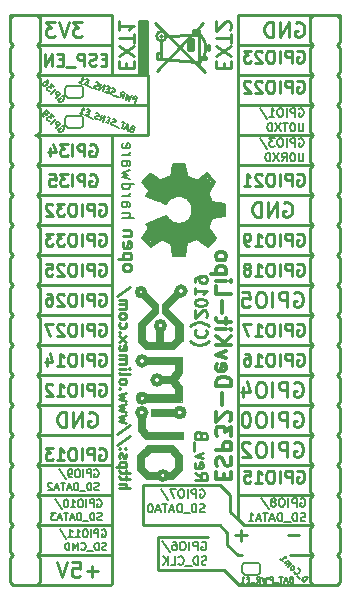
<source format=gbr>
G04 #@! TF.GenerationSoftware,KiCad,Pcbnew,5.1.0-rc1-unknown-6bb8fde~84~ubuntu18.04.1*
G04 #@! TF.CreationDate,2019-02-08T10:21:34+02:00
G04 #@! TF.ProjectId,ESP32-DevKit-Lipo_Rev_B,45535033-322d-4446-9576-4b69742d4c69,B*
G04 #@! TF.SameCoordinates,Original*
G04 #@! TF.FileFunction,Legend,Bot*
G04 #@! TF.FilePolarity,Positive*
%FSLAX46Y46*%
G04 Gerber Fmt 4.6, Leading zero omitted, Abs format (unit mm)*
G04 Created by KiCad (PCBNEW 5.1.0-rc1-unknown-6bb8fde~84~ubuntu18.04.1) date 2019-02-08 10:21:34*
%MOMM*%
%LPD*%
G04 APERTURE LIST*
%ADD10C,0.254000*%
%ADD11C,0.222250*%
%ADD12C,0.177800*%
%ADD13C,0.158750*%
%ADD14C,0.139700*%
%ADD15C,0.317500*%
%ADD16C,0.152400*%
%ADD17C,0.150000*%
%ADD18C,0.420000*%
%ADD19C,0.370000*%
%ADD20C,0.400000*%
%ADD21C,0.380000*%
%ADD22C,1.000000*%
%ADD23C,0.127000*%
%ADD24C,0.700000*%
%ADD25C,0.500000*%
%ADD26C,0.100000*%
%ADD27C,0.180000*%
G04 APERTURE END LIST*
D10*
X148209000Y-113157000D02*
X148844000Y-113792000D01*
X148209000Y-111760000D02*
X148209000Y-113157000D01*
X154026809Y-115152714D02*
X153059190Y-115152714D01*
X149581809Y-115152714D02*
X148614190Y-115152714D01*
X149098000Y-115636523D02*
X149098000Y-114668904D01*
X138176000Y-76200000D02*
X138176000Y-71120000D01*
X141224000Y-81280000D02*
X141224000Y-76200000D01*
X148844000Y-116840000D02*
X149225000Y-116840000D01*
X149345618Y-114293618D02*
X148844000Y-113792000D01*
X148844000Y-111760000D02*
X148844000Y-113792000D01*
X147955000Y-114935000D02*
X147955000Y-115951000D01*
X138176000Y-119253000D02*
X138049000Y-119380000D01*
X131826000Y-119380000D02*
X138049000Y-119380000D01*
X131826000Y-71120000D02*
X138176000Y-71120000D01*
X148844000Y-71120000D02*
X155194000Y-71120000D01*
X148971000Y-119380000D02*
X155321000Y-119380000D01*
X142113000Y-115316000D02*
X146304000Y-115316000D01*
X147701000Y-118110000D02*
X148971000Y-119380000D01*
X145209380Y-109861047D02*
X145693190Y-110199714D01*
X145209380Y-110441619D02*
X146225380Y-110441619D01*
X146225380Y-110054571D01*
X146177000Y-109957809D01*
X146128619Y-109909428D01*
X146031857Y-109861047D01*
X145886714Y-109861047D01*
X145789952Y-109909428D01*
X145741571Y-109957809D01*
X145693190Y-110054571D01*
X145693190Y-110441619D01*
X145257761Y-109038571D02*
X145209380Y-109135333D01*
X145209380Y-109328857D01*
X145257761Y-109425619D01*
X145354523Y-109474000D01*
X145741571Y-109474000D01*
X145838333Y-109425619D01*
X145886714Y-109328857D01*
X145886714Y-109135333D01*
X145838333Y-109038571D01*
X145741571Y-108990190D01*
X145644809Y-108990190D01*
X145548047Y-109474000D01*
X145886714Y-108651523D02*
X145209380Y-108409619D01*
X145886714Y-108167714D01*
X145112619Y-108022571D02*
X145112619Y-107248476D01*
X145741571Y-106667904D02*
X145693190Y-106522761D01*
X145644809Y-106474380D01*
X145548047Y-106426000D01*
X145402904Y-106426000D01*
X145306142Y-106474380D01*
X145257761Y-106522761D01*
X145209380Y-106619523D01*
X145209380Y-107006571D01*
X146225380Y-107006571D01*
X146225380Y-106667904D01*
X146177000Y-106571142D01*
X146128619Y-106522761D01*
X146031857Y-106474380D01*
X145935095Y-106474380D01*
X145838333Y-106522761D01*
X145789952Y-106571142D01*
X145741571Y-106667904D01*
X145741571Y-107006571D01*
X144822333Y-98733428D02*
X144870714Y-98781809D01*
X145015857Y-98878571D01*
X145112619Y-98926952D01*
X145257761Y-98975333D01*
X145499666Y-99023714D01*
X145693190Y-99023714D01*
X145935095Y-98975333D01*
X146080238Y-98926952D01*
X146177000Y-98878571D01*
X146322142Y-98781809D01*
X146370523Y-98733428D01*
X145306142Y-97765809D02*
X145257761Y-97814190D01*
X145209380Y-97959333D01*
X145209380Y-98056095D01*
X145257761Y-98201238D01*
X145354523Y-98298000D01*
X145451285Y-98346380D01*
X145644809Y-98394761D01*
X145789952Y-98394761D01*
X145983476Y-98346380D01*
X146080238Y-98298000D01*
X146177000Y-98201238D01*
X146225380Y-98056095D01*
X146225380Y-97959333D01*
X146177000Y-97814190D01*
X146128619Y-97765809D01*
X144822333Y-97427142D02*
X144870714Y-97378761D01*
X145015857Y-97282000D01*
X145112619Y-97233619D01*
X145257761Y-97185238D01*
X145499666Y-97136857D01*
X145693190Y-97136857D01*
X145935095Y-97185238D01*
X146080238Y-97233619D01*
X146177000Y-97282000D01*
X146322142Y-97378761D01*
X146370523Y-97427142D01*
X146128619Y-96701428D02*
X146177000Y-96653047D01*
X146225380Y-96556285D01*
X146225380Y-96314380D01*
X146177000Y-96217619D01*
X146128619Y-96169238D01*
X146031857Y-96120857D01*
X145935095Y-96120857D01*
X145789952Y-96169238D01*
X145209380Y-96749809D01*
X145209380Y-96120857D01*
X146225380Y-95491904D02*
X146225380Y-95395142D01*
X146177000Y-95298380D01*
X146128619Y-95250000D01*
X146031857Y-95201619D01*
X145838333Y-95153238D01*
X145596428Y-95153238D01*
X145402904Y-95201619D01*
X145306142Y-95250000D01*
X145257761Y-95298380D01*
X145209380Y-95395142D01*
X145209380Y-95491904D01*
X145257761Y-95588666D01*
X145306142Y-95637047D01*
X145402904Y-95685428D01*
X145596428Y-95733809D01*
X145838333Y-95733809D01*
X146031857Y-95685428D01*
X146128619Y-95637047D01*
X146177000Y-95588666D01*
X146225380Y-95491904D01*
X145209380Y-94185619D02*
X145209380Y-94766190D01*
X145209380Y-94475904D02*
X146225380Y-94475904D01*
X146080238Y-94572666D01*
X145983476Y-94669428D01*
X145935095Y-94766190D01*
X145209380Y-93701809D02*
X145209380Y-93508285D01*
X145257761Y-93411523D01*
X145306142Y-93363142D01*
X145451285Y-93266380D01*
X145644809Y-93218000D01*
X146031857Y-93218000D01*
X146128619Y-93266380D01*
X146177000Y-93314761D01*
X146225380Y-93411523D01*
X146225380Y-93605047D01*
X146177000Y-93701809D01*
X146128619Y-93750190D01*
X146031857Y-93798571D01*
X145789952Y-93798571D01*
X145693190Y-93750190D01*
X145644809Y-93701809D01*
X145596428Y-93605047D01*
X145596428Y-93411523D01*
X145644809Y-93314761D01*
X145693190Y-93266380D01*
X145789952Y-93218000D01*
D11*
X138789833Y-111188500D02*
X139678833Y-111188500D01*
X138789833Y-110807500D02*
X139255500Y-110807500D01*
X139340166Y-110849833D01*
X139382500Y-110934500D01*
X139382500Y-111061500D01*
X139340166Y-111146166D01*
X139297833Y-111188500D01*
X139382500Y-110511166D02*
X139382500Y-110172500D01*
X139678833Y-110384166D02*
X138916833Y-110384166D01*
X138832166Y-110341833D01*
X138789833Y-110257166D01*
X138789833Y-110172500D01*
X139382500Y-110003166D02*
X139382500Y-109664500D01*
X139678833Y-109876166D02*
X138916833Y-109876166D01*
X138832166Y-109833833D01*
X138789833Y-109749166D01*
X138789833Y-109664500D01*
X139382500Y-109368166D02*
X138493500Y-109368166D01*
X139340166Y-109368166D02*
X139382500Y-109283500D01*
X139382500Y-109114166D01*
X139340166Y-109029500D01*
X139297833Y-108987166D01*
X139213166Y-108944833D01*
X138959166Y-108944833D01*
X138874500Y-108987166D01*
X138832166Y-109029500D01*
X138789833Y-109114166D01*
X138789833Y-109283500D01*
X138832166Y-109368166D01*
X138832166Y-108606166D02*
X138789833Y-108521500D01*
X138789833Y-108352166D01*
X138832166Y-108267500D01*
X138916833Y-108225166D01*
X138959166Y-108225166D01*
X139043833Y-108267500D01*
X139086166Y-108352166D01*
X139086166Y-108479166D01*
X139128500Y-108563833D01*
X139213166Y-108606166D01*
X139255500Y-108606166D01*
X139340166Y-108563833D01*
X139382500Y-108479166D01*
X139382500Y-108352166D01*
X139340166Y-108267500D01*
X138874500Y-107844166D02*
X138832166Y-107801833D01*
X138789833Y-107844166D01*
X138832166Y-107886500D01*
X138874500Y-107844166D01*
X138789833Y-107844166D01*
X139340166Y-107844166D02*
X139297833Y-107801833D01*
X139255500Y-107844166D01*
X139297833Y-107886500D01*
X139340166Y-107844166D01*
X139255500Y-107844166D01*
X139721166Y-106785833D02*
X138578166Y-107547833D01*
X139721166Y-105854500D02*
X138578166Y-106616500D01*
X139382500Y-105642833D02*
X138789833Y-105473500D01*
X139213166Y-105304166D01*
X138789833Y-105134833D01*
X139382500Y-104965500D01*
X139382500Y-104711500D02*
X138789833Y-104542166D01*
X139213166Y-104372833D01*
X138789833Y-104203500D01*
X139382500Y-104034166D01*
X139382500Y-103780166D02*
X138789833Y-103610833D01*
X139213166Y-103441500D01*
X138789833Y-103272166D01*
X139382500Y-103102833D01*
X138874500Y-102764166D02*
X138832166Y-102721833D01*
X138789833Y-102764166D01*
X138832166Y-102806500D01*
X138874500Y-102764166D01*
X138789833Y-102764166D01*
X138789833Y-102213833D02*
X138832166Y-102298500D01*
X138874500Y-102340833D01*
X138959166Y-102383166D01*
X139213166Y-102383166D01*
X139297833Y-102340833D01*
X139340166Y-102298500D01*
X139382500Y-102213833D01*
X139382500Y-102086833D01*
X139340166Y-102002166D01*
X139297833Y-101959833D01*
X139213166Y-101917500D01*
X138959166Y-101917500D01*
X138874500Y-101959833D01*
X138832166Y-102002166D01*
X138789833Y-102086833D01*
X138789833Y-102213833D01*
X138789833Y-101409500D02*
X138832166Y-101494166D01*
X138916833Y-101536500D01*
X139678833Y-101536500D01*
X138789833Y-101070833D02*
X139382500Y-101070833D01*
X139678833Y-101070833D02*
X139636500Y-101113166D01*
X139594166Y-101070833D01*
X139636500Y-101028500D01*
X139678833Y-101070833D01*
X139594166Y-101070833D01*
X138789833Y-100647500D02*
X139382500Y-100647500D01*
X139297833Y-100647500D02*
X139340166Y-100605166D01*
X139382500Y-100520500D01*
X139382500Y-100393500D01*
X139340166Y-100308833D01*
X139255500Y-100266500D01*
X138789833Y-100266500D01*
X139255500Y-100266500D02*
X139340166Y-100224166D01*
X139382500Y-100139500D01*
X139382500Y-100012500D01*
X139340166Y-99927833D01*
X139255500Y-99885500D01*
X138789833Y-99885500D01*
X138832166Y-99123500D02*
X138789833Y-99208166D01*
X138789833Y-99377500D01*
X138832166Y-99462166D01*
X138916833Y-99504500D01*
X139255500Y-99504500D01*
X139340166Y-99462166D01*
X139382500Y-99377500D01*
X139382500Y-99208166D01*
X139340166Y-99123500D01*
X139255500Y-99081166D01*
X139170833Y-99081166D01*
X139086166Y-99504500D01*
X138789833Y-98784833D02*
X139382500Y-98319166D01*
X139382500Y-98784833D02*
X138789833Y-98319166D01*
X138874500Y-97980500D02*
X138832166Y-97938166D01*
X138789833Y-97980500D01*
X138832166Y-98022833D01*
X138874500Y-97980500D01*
X138789833Y-97980500D01*
X138832166Y-97176166D02*
X138789833Y-97260833D01*
X138789833Y-97430166D01*
X138832166Y-97514833D01*
X138874500Y-97557166D01*
X138959166Y-97599499D01*
X139213166Y-97599499D01*
X139297833Y-97557166D01*
X139340166Y-97514833D01*
X139382500Y-97430166D01*
X139382500Y-97260833D01*
X139340166Y-97176166D01*
X138789833Y-96668166D02*
X138832166Y-96752833D01*
X138874500Y-96795166D01*
X138959166Y-96837499D01*
X139213166Y-96837499D01*
X139297833Y-96795166D01*
X139340166Y-96752833D01*
X139382500Y-96668166D01*
X139382500Y-96541166D01*
X139340166Y-96456499D01*
X139297833Y-96414166D01*
X139213166Y-96371833D01*
X138959166Y-96371833D01*
X138874500Y-96414166D01*
X138832166Y-96456499D01*
X138789833Y-96541166D01*
X138789833Y-96668166D01*
X138789833Y-95990833D02*
X139382500Y-95990833D01*
X139297833Y-95990833D02*
X139340166Y-95948499D01*
X139382500Y-95863833D01*
X139382500Y-95736833D01*
X139340166Y-95652166D01*
X139255500Y-95609833D01*
X138789833Y-95609833D01*
X139255500Y-95609833D02*
X139340166Y-95567499D01*
X139382500Y-95482833D01*
X139382500Y-95355833D01*
X139340166Y-95271166D01*
X139255500Y-95228833D01*
X138789833Y-95228833D01*
X139721166Y-94170499D02*
X138578166Y-94932499D01*
D10*
X140843000Y-114300000D02*
X147326382Y-114300000D01*
X140843000Y-110871000D02*
X140843000Y-114300000D01*
X147320000Y-110871000D02*
X140843000Y-110871000D01*
X148209000Y-111760000D02*
X147320000Y-110871000D01*
X147955000Y-114935000D02*
X147326382Y-114306382D01*
D12*
X154155563Y-112052100D02*
X154223296Y-112018233D01*
X154324896Y-112018233D01*
X154426496Y-112052100D01*
X154494230Y-112119833D01*
X154528096Y-112187566D01*
X154561963Y-112323033D01*
X154561963Y-112424633D01*
X154528096Y-112560100D01*
X154494230Y-112627833D01*
X154426496Y-112695566D01*
X154324896Y-112729433D01*
X154257163Y-112729433D01*
X154155563Y-112695566D01*
X154121696Y-112661700D01*
X154121696Y-112424633D01*
X154257163Y-112424633D01*
X153816896Y-112729433D02*
X153816896Y-112018233D01*
X153545963Y-112018233D01*
X153478230Y-112052100D01*
X153444363Y-112085966D01*
X153410496Y-112153700D01*
X153410496Y-112255300D01*
X153444363Y-112323033D01*
X153478230Y-112356900D01*
X153545963Y-112390766D01*
X153816896Y-112390766D01*
X153105696Y-112729433D02*
X153105696Y-112018233D01*
X152631563Y-112018233D02*
X152496096Y-112018233D01*
X152428363Y-112052100D01*
X152360630Y-112119833D01*
X152326763Y-112255300D01*
X152326763Y-112492366D01*
X152360630Y-112627833D01*
X152428363Y-112695566D01*
X152496096Y-112729433D01*
X152631563Y-112729433D01*
X152699296Y-112695566D01*
X152767030Y-112627833D01*
X152800896Y-112492366D01*
X152800896Y-112255300D01*
X152767030Y-112119833D01*
X152699296Y-112052100D01*
X152631563Y-112018233D01*
X151920363Y-112323033D02*
X151988096Y-112289166D01*
X152021963Y-112255300D01*
X152055830Y-112187566D01*
X152055830Y-112153700D01*
X152021963Y-112085966D01*
X151988096Y-112052100D01*
X151920363Y-112018233D01*
X151784896Y-112018233D01*
X151717163Y-112052100D01*
X151683296Y-112085966D01*
X151649430Y-112153700D01*
X151649430Y-112187566D01*
X151683296Y-112255300D01*
X151717163Y-112289166D01*
X151784896Y-112323033D01*
X151920363Y-112323033D01*
X151988096Y-112356900D01*
X152021963Y-112390766D01*
X152055830Y-112458500D01*
X152055830Y-112593966D01*
X152021963Y-112661700D01*
X151988096Y-112695566D01*
X151920363Y-112729433D01*
X151784896Y-112729433D01*
X151717163Y-112695566D01*
X151683296Y-112661700D01*
X151649430Y-112593966D01*
X151649430Y-112458500D01*
X151683296Y-112390766D01*
X151717163Y-112356900D01*
X151784896Y-112323033D01*
X150836630Y-111984366D02*
X151446230Y-112898766D01*
X154561963Y-113940166D02*
X154460363Y-113974033D01*
X154291030Y-113974033D01*
X154223296Y-113940166D01*
X154189430Y-113906300D01*
X154155563Y-113838566D01*
X154155563Y-113770833D01*
X154189430Y-113703100D01*
X154223296Y-113669233D01*
X154291030Y-113635366D01*
X154426496Y-113601500D01*
X154494230Y-113567633D01*
X154528096Y-113533766D01*
X154561963Y-113466033D01*
X154561963Y-113398300D01*
X154528096Y-113330566D01*
X154494230Y-113296700D01*
X154426496Y-113262833D01*
X154257163Y-113262833D01*
X154155563Y-113296700D01*
X153850763Y-113974033D02*
X153850763Y-113262833D01*
X153681430Y-113262833D01*
X153579830Y-113296700D01*
X153512096Y-113364433D01*
X153478230Y-113432166D01*
X153444363Y-113567633D01*
X153444363Y-113669233D01*
X153478230Y-113804700D01*
X153512096Y-113872433D01*
X153579830Y-113940166D01*
X153681430Y-113974033D01*
X153850763Y-113974033D01*
X153308896Y-114041766D02*
X152767030Y-114041766D01*
X152597696Y-113974033D02*
X152597696Y-113262833D01*
X152428363Y-113262833D01*
X152326763Y-113296700D01*
X152259030Y-113364433D01*
X152225163Y-113432166D01*
X152191296Y-113567633D01*
X152191296Y-113669233D01*
X152225163Y-113804700D01*
X152259030Y-113872433D01*
X152326763Y-113940166D01*
X152428363Y-113974033D01*
X152597696Y-113974033D01*
X151920363Y-113770833D02*
X151581696Y-113770833D01*
X151988096Y-113974033D02*
X151751030Y-113262833D01*
X151513963Y-113974033D01*
X151378496Y-113262833D02*
X150972096Y-113262833D01*
X151175296Y-113974033D02*
X151175296Y-113262833D01*
X150768896Y-113770833D02*
X150430230Y-113770833D01*
X150836630Y-113974033D02*
X150599563Y-113262833D01*
X150362496Y-113974033D01*
X149752896Y-113974033D02*
X150159296Y-113974033D01*
X149956096Y-113974033D02*
X149956096Y-113262833D01*
X150023830Y-113364433D01*
X150091563Y-113432166D01*
X150159296Y-113466033D01*
D10*
X142113000Y-115316000D02*
X142113000Y-118110000D01*
X147701000Y-118110000D02*
X142113000Y-118110000D01*
X148844000Y-116840000D02*
X147955000Y-115951000D01*
D12*
X145773563Y-115735100D02*
X145841296Y-115701233D01*
X145942896Y-115701233D01*
X146044496Y-115735100D01*
X146112230Y-115802833D01*
X146146096Y-115870566D01*
X146179963Y-116006033D01*
X146179963Y-116107633D01*
X146146096Y-116243100D01*
X146112230Y-116310833D01*
X146044496Y-116378566D01*
X145942896Y-116412433D01*
X145875163Y-116412433D01*
X145773563Y-116378566D01*
X145739696Y-116344700D01*
X145739696Y-116107633D01*
X145875163Y-116107633D01*
X145434896Y-116412433D02*
X145434896Y-115701233D01*
X145163963Y-115701233D01*
X145096230Y-115735100D01*
X145062363Y-115768966D01*
X145028496Y-115836700D01*
X145028496Y-115938300D01*
X145062363Y-116006033D01*
X145096230Y-116039900D01*
X145163963Y-116073766D01*
X145434896Y-116073766D01*
X144723696Y-116412433D02*
X144723696Y-115701233D01*
X144249563Y-115701233D02*
X144114096Y-115701233D01*
X144046363Y-115735100D01*
X143978630Y-115802833D01*
X143944763Y-115938300D01*
X143944763Y-116175366D01*
X143978630Y-116310833D01*
X144046363Y-116378566D01*
X144114096Y-116412433D01*
X144249563Y-116412433D01*
X144317296Y-116378566D01*
X144385030Y-116310833D01*
X144418896Y-116175366D01*
X144418896Y-115938300D01*
X144385030Y-115802833D01*
X144317296Y-115735100D01*
X144249563Y-115701233D01*
X143335163Y-115701233D02*
X143470630Y-115701233D01*
X143538363Y-115735100D01*
X143572230Y-115768966D01*
X143639963Y-115870566D01*
X143673830Y-116006033D01*
X143673830Y-116276966D01*
X143639963Y-116344700D01*
X143606096Y-116378566D01*
X143538363Y-116412433D01*
X143402896Y-116412433D01*
X143335163Y-116378566D01*
X143301296Y-116344700D01*
X143267430Y-116276966D01*
X143267430Y-116107633D01*
X143301296Y-116039900D01*
X143335163Y-116006033D01*
X143402896Y-115972166D01*
X143538363Y-115972166D01*
X143606096Y-116006033D01*
X143639963Y-116039900D01*
X143673830Y-116107633D01*
X142454630Y-115667366D02*
X143064230Y-116581766D01*
X146179963Y-117623166D02*
X146078363Y-117657033D01*
X145909030Y-117657033D01*
X145841296Y-117623166D01*
X145807430Y-117589300D01*
X145773563Y-117521566D01*
X145773563Y-117453833D01*
X145807430Y-117386100D01*
X145841296Y-117352233D01*
X145909030Y-117318366D01*
X146044496Y-117284500D01*
X146112230Y-117250633D01*
X146146096Y-117216766D01*
X146179963Y-117149033D01*
X146179963Y-117081300D01*
X146146096Y-117013566D01*
X146112230Y-116979700D01*
X146044496Y-116945833D01*
X145875163Y-116945833D01*
X145773563Y-116979700D01*
X145468763Y-117657033D02*
X145468763Y-116945833D01*
X145299430Y-116945833D01*
X145197830Y-116979700D01*
X145130096Y-117047433D01*
X145096230Y-117115166D01*
X145062363Y-117250633D01*
X145062363Y-117352233D01*
X145096230Y-117487700D01*
X145130096Y-117555433D01*
X145197830Y-117623166D01*
X145299430Y-117657033D01*
X145468763Y-117657033D01*
X144926896Y-117724766D02*
X144385030Y-117724766D01*
X143809296Y-117589300D02*
X143843163Y-117623166D01*
X143944763Y-117657033D01*
X144012496Y-117657033D01*
X144114096Y-117623166D01*
X144181830Y-117555433D01*
X144215696Y-117487700D01*
X144249563Y-117352233D01*
X144249563Y-117250633D01*
X144215696Y-117115166D01*
X144181830Y-117047433D01*
X144114096Y-116979700D01*
X144012496Y-116945833D01*
X143944763Y-116945833D01*
X143843163Y-116979700D01*
X143809296Y-117013566D01*
X143165830Y-117657033D02*
X143504496Y-117657033D01*
X143504496Y-116945833D01*
X142928763Y-117657033D02*
X142928763Y-116945833D01*
X142522363Y-117657033D02*
X142827163Y-117250633D01*
X142522363Y-116945833D02*
X142928763Y-117352233D01*
X145646563Y-111290100D02*
X145714296Y-111256233D01*
X145815896Y-111256233D01*
X145917496Y-111290100D01*
X145985230Y-111357833D01*
X146019096Y-111425566D01*
X146052963Y-111561033D01*
X146052963Y-111662633D01*
X146019096Y-111798100D01*
X145985230Y-111865833D01*
X145917496Y-111933566D01*
X145815896Y-111967433D01*
X145748163Y-111967433D01*
X145646563Y-111933566D01*
X145612696Y-111899700D01*
X145612696Y-111662633D01*
X145748163Y-111662633D01*
X145307896Y-111967433D02*
X145307896Y-111256233D01*
X145036963Y-111256233D01*
X144969230Y-111290100D01*
X144935363Y-111323966D01*
X144901496Y-111391700D01*
X144901496Y-111493300D01*
X144935363Y-111561033D01*
X144969230Y-111594900D01*
X145036963Y-111628766D01*
X145307896Y-111628766D01*
X144596696Y-111967433D02*
X144596696Y-111256233D01*
X144122563Y-111256233D02*
X143987096Y-111256233D01*
X143919363Y-111290100D01*
X143851630Y-111357833D01*
X143817763Y-111493300D01*
X143817763Y-111730366D01*
X143851630Y-111865833D01*
X143919363Y-111933566D01*
X143987096Y-111967433D01*
X144122563Y-111967433D01*
X144190296Y-111933566D01*
X144258030Y-111865833D01*
X144291896Y-111730366D01*
X144291896Y-111493300D01*
X144258030Y-111357833D01*
X144190296Y-111290100D01*
X144122563Y-111256233D01*
X143580696Y-111256233D02*
X143106563Y-111256233D01*
X143411363Y-111967433D01*
X142327630Y-111222366D02*
X142937230Y-112136766D01*
X146052963Y-113178166D02*
X145951363Y-113212033D01*
X145782030Y-113212033D01*
X145714296Y-113178166D01*
X145680430Y-113144300D01*
X145646563Y-113076566D01*
X145646563Y-113008833D01*
X145680430Y-112941100D01*
X145714296Y-112907233D01*
X145782030Y-112873366D01*
X145917496Y-112839500D01*
X145985230Y-112805633D01*
X146019096Y-112771766D01*
X146052963Y-112704033D01*
X146052963Y-112636300D01*
X146019096Y-112568566D01*
X145985230Y-112534700D01*
X145917496Y-112500833D01*
X145748163Y-112500833D01*
X145646563Y-112534700D01*
X145341763Y-113212033D02*
X145341763Y-112500833D01*
X145172430Y-112500833D01*
X145070830Y-112534700D01*
X145003096Y-112602433D01*
X144969230Y-112670166D01*
X144935363Y-112805633D01*
X144935363Y-112907233D01*
X144969230Y-113042700D01*
X145003096Y-113110433D01*
X145070830Y-113178166D01*
X145172430Y-113212033D01*
X145341763Y-113212033D01*
X144799896Y-113279766D02*
X144258030Y-113279766D01*
X144088696Y-113212033D02*
X144088696Y-112500833D01*
X143919363Y-112500833D01*
X143817763Y-112534700D01*
X143750030Y-112602433D01*
X143716163Y-112670166D01*
X143682296Y-112805633D01*
X143682296Y-112907233D01*
X143716163Y-113042700D01*
X143750030Y-113110433D01*
X143817763Y-113178166D01*
X143919363Y-113212033D01*
X144088696Y-113212033D01*
X143411363Y-113008833D02*
X143072696Y-113008833D01*
X143479096Y-113212033D02*
X143242030Y-112500833D01*
X143004963Y-113212033D01*
X142869496Y-112500833D02*
X142463096Y-112500833D01*
X142666296Y-113212033D02*
X142666296Y-112500833D01*
X142259896Y-113008833D02*
X141921230Y-113008833D01*
X142327630Y-113212033D02*
X142090563Y-112500833D01*
X141853496Y-113212033D01*
X141480963Y-112500833D02*
X141413230Y-112500833D01*
X141345496Y-112534700D01*
X141311630Y-112568566D01*
X141277763Y-112636300D01*
X141243896Y-112771766D01*
X141243896Y-112941100D01*
X141277763Y-113076566D01*
X141311630Y-113144300D01*
X141345496Y-113178166D01*
X141413230Y-113212033D01*
X141480963Y-113212033D01*
X141548696Y-113178166D01*
X141582563Y-113144300D01*
X141616430Y-113076566D01*
X141650296Y-112941100D01*
X141650296Y-112771766D01*
X141616430Y-112636300D01*
X141582563Y-112568566D01*
X141548696Y-112534700D01*
X141480963Y-112500833D01*
D10*
X153875619Y-109728000D02*
X153972380Y-109679619D01*
X154117523Y-109679619D01*
X154262666Y-109728000D01*
X154359428Y-109824761D01*
X154407809Y-109921523D01*
X154456190Y-110115047D01*
X154456190Y-110260190D01*
X154407809Y-110453714D01*
X154359428Y-110550476D01*
X154262666Y-110647238D01*
X154117523Y-110695619D01*
X154020761Y-110695619D01*
X153875619Y-110647238D01*
X153827238Y-110598857D01*
X153827238Y-110260190D01*
X154020761Y-110260190D01*
X153391809Y-110695619D02*
X153391809Y-109679619D01*
X153004761Y-109679619D01*
X152908000Y-109728000D01*
X152859619Y-109776380D01*
X152811238Y-109873142D01*
X152811238Y-110018285D01*
X152859619Y-110115047D01*
X152908000Y-110163428D01*
X153004761Y-110211809D01*
X153391809Y-110211809D01*
X152375809Y-110695619D02*
X152375809Y-109679619D01*
X151698476Y-109679619D02*
X151504952Y-109679619D01*
X151408190Y-109728000D01*
X151311428Y-109824761D01*
X151263047Y-110018285D01*
X151263047Y-110356952D01*
X151311428Y-110550476D01*
X151408190Y-110647238D01*
X151504952Y-110695619D01*
X151698476Y-110695619D01*
X151795238Y-110647238D01*
X151892000Y-110550476D01*
X151940380Y-110356952D01*
X151940380Y-110018285D01*
X151892000Y-109824761D01*
X151795238Y-109728000D01*
X151698476Y-109679619D01*
X150295428Y-110695619D02*
X150876000Y-110695619D01*
X150585714Y-110695619D02*
X150585714Y-109679619D01*
X150682476Y-109824761D01*
X150779238Y-109921523D01*
X150876000Y-109969904D01*
X149376190Y-109679619D02*
X149860000Y-109679619D01*
X149908380Y-110163428D01*
X149860000Y-110115047D01*
X149763238Y-110066666D01*
X149521333Y-110066666D01*
X149424571Y-110115047D01*
X149376190Y-110163428D01*
X149327809Y-110260190D01*
X149327809Y-110502095D01*
X149376190Y-110598857D01*
X149424571Y-110647238D01*
X149521333Y-110695619D01*
X149763238Y-110695619D01*
X149860000Y-110647238D01*
X149908380Y-110598857D01*
X153639761Y-107315000D02*
X153760714Y-107254523D01*
X153942142Y-107254523D01*
X154123571Y-107315000D01*
X154244523Y-107435952D01*
X154305000Y-107556904D01*
X154365476Y-107798809D01*
X154365476Y-107980238D01*
X154305000Y-108222142D01*
X154244523Y-108343095D01*
X154123571Y-108464047D01*
X153942142Y-108524523D01*
X153821190Y-108524523D01*
X153639761Y-108464047D01*
X153579285Y-108403571D01*
X153579285Y-107980238D01*
X153821190Y-107980238D01*
X153035000Y-108524523D02*
X153035000Y-107254523D01*
X152551190Y-107254523D01*
X152430238Y-107315000D01*
X152369761Y-107375476D01*
X152309285Y-107496428D01*
X152309285Y-107677857D01*
X152369761Y-107798809D01*
X152430238Y-107859285D01*
X152551190Y-107919761D01*
X153035000Y-107919761D01*
X151765000Y-108524523D02*
X151765000Y-107254523D01*
X150918333Y-107254523D02*
X150676428Y-107254523D01*
X150555476Y-107315000D01*
X150434523Y-107435952D01*
X150374047Y-107677857D01*
X150374047Y-108101190D01*
X150434523Y-108343095D01*
X150555476Y-108464047D01*
X150676428Y-108524523D01*
X150918333Y-108524523D01*
X151039285Y-108464047D01*
X151160238Y-108343095D01*
X151220714Y-108101190D01*
X151220714Y-107677857D01*
X151160238Y-107435952D01*
X151039285Y-107315000D01*
X150918333Y-107254523D01*
X149890238Y-107375476D02*
X149829761Y-107315000D01*
X149708809Y-107254523D01*
X149406428Y-107254523D01*
X149285476Y-107315000D01*
X149225000Y-107375476D01*
X149164523Y-107496428D01*
X149164523Y-107617380D01*
X149225000Y-107798809D01*
X149950714Y-108524523D01*
X149164523Y-108524523D01*
X153639761Y-104775000D02*
X153760714Y-104714523D01*
X153942142Y-104714523D01*
X154123571Y-104775000D01*
X154244523Y-104895952D01*
X154305000Y-105016904D01*
X154365476Y-105258809D01*
X154365476Y-105440238D01*
X154305000Y-105682142D01*
X154244523Y-105803095D01*
X154123571Y-105924047D01*
X153942142Y-105984523D01*
X153821190Y-105984523D01*
X153639761Y-105924047D01*
X153579285Y-105863571D01*
X153579285Y-105440238D01*
X153821190Y-105440238D01*
X153035000Y-105984523D02*
X153035000Y-104714523D01*
X152551190Y-104714523D01*
X152430238Y-104775000D01*
X152369761Y-104835476D01*
X152309285Y-104956428D01*
X152309285Y-105137857D01*
X152369761Y-105258809D01*
X152430238Y-105319285D01*
X152551190Y-105379761D01*
X153035000Y-105379761D01*
X151765000Y-105984523D02*
X151765000Y-104714523D01*
X150918333Y-104714523D02*
X150676428Y-104714523D01*
X150555476Y-104775000D01*
X150434523Y-104895952D01*
X150374047Y-105137857D01*
X150374047Y-105561190D01*
X150434523Y-105803095D01*
X150555476Y-105924047D01*
X150676428Y-105984523D01*
X150918333Y-105984523D01*
X151039285Y-105924047D01*
X151160238Y-105803095D01*
X151220714Y-105561190D01*
X151220714Y-105137857D01*
X151160238Y-104895952D01*
X151039285Y-104775000D01*
X150918333Y-104714523D01*
X149587857Y-104714523D02*
X149466904Y-104714523D01*
X149345952Y-104775000D01*
X149285476Y-104835476D01*
X149225000Y-104956428D01*
X149164523Y-105198333D01*
X149164523Y-105500714D01*
X149225000Y-105742619D01*
X149285476Y-105863571D01*
X149345952Y-105924047D01*
X149466904Y-105984523D01*
X149587857Y-105984523D01*
X149708809Y-105924047D01*
X149769285Y-105863571D01*
X149829761Y-105742619D01*
X149890238Y-105500714D01*
X149890238Y-105198333D01*
X149829761Y-104956428D01*
X149769285Y-104835476D01*
X149708809Y-104775000D01*
X149587857Y-104714523D01*
X153639761Y-102235000D02*
X153760714Y-102174523D01*
X153942142Y-102174523D01*
X154123571Y-102235000D01*
X154244523Y-102355952D01*
X154305000Y-102476904D01*
X154365476Y-102718809D01*
X154365476Y-102900238D01*
X154305000Y-103142142D01*
X154244523Y-103263095D01*
X154123571Y-103384047D01*
X153942142Y-103444523D01*
X153821190Y-103444523D01*
X153639761Y-103384047D01*
X153579285Y-103323571D01*
X153579285Y-102900238D01*
X153821190Y-102900238D01*
X153035000Y-103444523D02*
X153035000Y-102174523D01*
X152551190Y-102174523D01*
X152430238Y-102235000D01*
X152369761Y-102295476D01*
X152309285Y-102416428D01*
X152309285Y-102597857D01*
X152369761Y-102718809D01*
X152430238Y-102779285D01*
X152551190Y-102839761D01*
X153035000Y-102839761D01*
X151765000Y-103444523D02*
X151765000Y-102174523D01*
X150918333Y-102174523D02*
X150676428Y-102174523D01*
X150555476Y-102235000D01*
X150434523Y-102355952D01*
X150374047Y-102597857D01*
X150374047Y-103021190D01*
X150434523Y-103263095D01*
X150555476Y-103384047D01*
X150676428Y-103444523D01*
X150918333Y-103444523D01*
X151039285Y-103384047D01*
X151160238Y-103263095D01*
X151220714Y-103021190D01*
X151220714Y-102597857D01*
X151160238Y-102355952D01*
X151039285Y-102235000D01*
X150918333Y-102174523D01*
X149285476Y-102597857D02*
X149285476Y-103444523D01*
X149587857Y-102114047D02*
X149890238Y-103021190D01*
X149104047Y-103021190D01*
X153875619Y-99822000D02*
X153972380Y-99773619D01*
X154117523Y-99773619D01*
X154262666Y-99822000D01*
X154359428Y-99918761D01*
X154407809Y-100015523D01*
X154456190Y-100209047D01*
X154456190Y-100354190D01*
X154407809Y-100547714D01*
X154359428Y-100644476D01*
X154262666Y-100741238D01*
X154117523Y-100789619D01*
X154020761Y-100789619D01*
X153875619Y-100741238D01*
X153827238Y-100692857D01*
X153827238Y-100354190D01*
X154020761Y-100354190D01*
X153391809Y-100789619D02*
X153391809Y-99773619D01*
X153004761Y-99773619D01*
X152908000Y-99822000D01*
X152859619Y-99870380D01*
X152811238Y-99967142D01*
X152811238Y-100112285D01*
X152859619Y-100209047D01*
X152908000Y-100257428D01*
X153004761Y-100305809D01*
X153391809Y-100305809D01*
X152375809Y-100789619D02*
X152375809Y-99773619D01*
X151698476Y-99773619D02*
X151504952Y-99773619D01*
X151408190Y-99822000D01*
X151311428Y-99918761D01*
X151263047Y-100112285D01*
X151263047Y-100450952D01*
X151311428Y-100644476D01*
X151408190Y-100741238D01*
X151504952Y-100789619D01*
X151698476Y-100789619D01*
X151795238Y-100741238D01*
X151892000Y-100644476D01*
X151940380Y-100450952D01*
X151940380Y-100112285D01*
X151892000Y-99918761D01*
X151795238Y-99822000D01*
X151698476Y-99773619D01*
X150295428Y-100789619D02*
X150876000Y-100789619D01*
X150585714Y-100789619D02*
X150585714Y-99773619D01*
X150682476Y-99918761D01*
X150779238Y-100015523D01*
X150876000Y-100063904D01*
X149424571Y-99773619D02*
X149618095Y-99773619D01*
X149714857Y-99822000D01*
X149763238Y-99870380D01*
X149860000Y-100015523D01*
X149908380Y-100209047D01*
X149908380Y-100596095D01*
X149860000Y-100692857D01*
X149811619Y-100741238D01*
X149714857Y-100789619D01*
X149521333Y-100789619D01*
X149424571Y-100741238D01*
X149376190Y-100692857D01*
X149327809Y-100596095D01*
X149327809Y-100354190D01*
X149376190Y-100257428D01*
X149424571Y-100209047D01*
X149521333Y-100160666D01*
X149714857Y-100160666D01*
X149811619Y-100209047D01*
X149860000Y-100257428D01*
X149908380Y-100354190D01*
X153875619Y-97282000D02*
X153972380Y-97233619D01*
X154117523Y-97233619D01*
X154262666Y-97282000D01*
X154359428Y-97378761D01*
X154407809Y-97475523D01*
X154456190Y-97669047D01*
X154456190Y-97814190D01*
X154407809Y-98007714D01*
X154359428Y-98104476D01*
X154262666Y-98201238D01*
X154117523Y-98249619D01*
X154020761Y-98249619D01*
X153875619Y-98201238D01*
X153827238Y-98152857D01*
X153827238Y-97814190D01*
X154020761Y-97814190D01*
X153391809Y-98249619D02*
X153391809Y-97233619D01*
X153004761Y-97233619D01*
X152908000Y-97282000D01*
X152859619Y-97330380D01*
X152811238Y-97427142D01*
X152811238Y-97572285D01*
X152859619Y-97669047D01*
X152908000Y-97717428D01*
X153004761Y-97765809D01*
X153391809Y-97765809D01*
X152375809Y-98249619D02*
X152375809Y-97233619D01*
X151698476Y-97233619D02*
X151504952Y-97233619D01*
X151408190Y-97282000D01*
X151311428Y-97378761D01*
X151263047Y-97572285D01*
X151263047Y-97910952D01*
X151311428Y-98104476D01*
X151408190Y-98201238D01*
X151504952Y-98249619D01*
X151698476Y-98249619D01*
X151795238Y-98201238D01*
X151892000Y-98104476D01*
X151940380Y-97910952D01*
X151940380Y-97572285D01*
X151892000Y-97378761D01*
X151795238Y-97282000D01*
X151698476Y-97233619D01*
X150295428Y-98249619D02*
X150876000Y-98249619D01*
X150585714Y-98249619D02*
X150585714Y-97233619D01*
X150682476Y-97378761D01*
X150779238Y-97475523D01*
X150876000Y-97523904D01*
X149956761Y-97233619D02*
X149279428Y-97233619D01*
X149714857Y-98249619D01*
X153639761Y-94615000D02*
X153760714Y-94554523D01*
X153942142Y-94554523D01*
X154123571Y-94615000D01*
X154244523Y-94735952D01*
X154305000Y-94856904D01*
X154365476Y-95098809D01*
X154365476Y-95280238D01*
X154305000Y-95522142D01*
X154244523Y-95643095D01*
X154123571Y-95764047D01*
X153942142Y-95824523D01*
X153821190Y-95824523D01*
X153639761Y-95764047D01*
X153579285Y-95703571D01*
X153579285Y-95280238D01*
X153821190Y-95280238D01*
X153035000Y-95824523D02*
X153035000Y-94554523D01*
X152551190Y-94554523D01*
X152430238Y-94615000D01*
X152369761Y-94675476D01*
X152309285Y-94796428D01*
X152309285Y-94977857D01*
X152369761Y-95098809D01*
X152430238Y-95159285D01*
X152551190Y-95219761D01*
X153035000Y-95219761D01*
X151765000Y-95824523D02*
X151765000Y-94554523D01*
X150918333Y-94554523D02*
X150676428Y-94554523D01*
X150555476Y-94615000D01*
X150434523Y-94735952D01*
X150374047Y-94977857D01*
X150374047Y-95401190D01*
X150434523Y-95643095D01*
X150555476Y-95764047D01*
X150676428Y-95824523D01*
X150918333Y-95824523D01*
X151039285Y-95764047D01*
X151160238Y-95643095D01*
X151220714Y-95401190D01*
X151220714Y-94977857D01*
X151160238Y-94735952D01*
X151039285Y-94615000D01*
X150918333Y-94554523D01*
X149225000Y-94554523D02*
X149829761Y-94554523D01*
X149890238Y-95159285D01*
X149829761Y-95098809D01*
X149708809Y-95038333D01*
X149406428Y-95038333D01*
X149285476Y-95098809D01*
X149225000Y-95159285D01*
X149164523Y-95280238D01*
X149164523Y-95582619D01*
X149225000Y-95703571D01*
X149285476Y-95764047D01*
X149406428Y-95824523D01*
X149708809Y-95824523D01*
X149829761Y-95764047D01*
X149890238Y-95703571D01*
X153875619Y-92202000D02*
X153972380Y-92153619D01*
X154117523Y-92153619D01*
X154262666Y-92202000D01*
X154359428Y-92298761D01*
X154407809Y-92395523D01*
X154456190Y-92589047D01*
X154456190Y-92734190D01*
X154407809Y-92927714D01*
X154359428Y-93024476D01*
X154262666Y-93121238D01*
X154117523Y-93169619D01*
X154020761Y-93169619D01*
X153875619Y-93121238D01*
X153827238Y-93072857D01*
X153827238Y-92734190D01*
X154020761Y-92734190D01*
X153391809Y-93169619D02*
X153391809Y-92153619D01*
X153004761Y-92153619D01*
X152908000Y-92202000D01*
X152859619Y-92250380D01*
X152811238Y-92347142D01*
X152811238Y-92492285D01*
X152859619Y-92589047D01*
X152908000Y-92637428D01*
X153004761Y-92685809D01*
X153391809Y-92685809D01*
X152375809Y-93169619D02*
X152375809Y-92153619D01*
X151698476Y-92153619D02*
X151504952Y-92153619D01*
X151408190Y-92202000D01*
X151311428Y-92298761D01*
X151263047Y-92492285D01*
X151263047Y-92830952D01*
X151311428Y-93024476D01*
X151408190Y-93121238D01*
X151504952Y-93169619D01*
X151698476Y-93169619D01*
X151795238Y-93121238D01*
X151892000Y-93024476D01*
X151940380Y-92830952D01*
X151940380Y-92492285D01*
X151892000Y-92298761D01*
X151795238Y-92202000D01*
X151698476Y-92153619D01*
X150295428Y-93169619D02*
X150876000Y-93169619D01*
X150585714Y-93169619D02*
X150585714Y-92153619D01*
X150682476Y-92298761D01*
X150779238Y-92395523D01*
X150876000Y-92443904D01*
X149714857Y-92589047D02*
X149811619Y-92540666D01*
X149860000Y-92492285D01*
X149908380Y-92395523D01*
X149908380Y-92347142D01*
X149860000Y-92250380D01*
X149811619Y-92202000D01*
X149714857Y-92153619D01*
X149521333Y-92153619D01*
X149424571Y-92202000D01*
X149376190Y-92250380D01*
X149327809Y-92347142D01*
X149327809Y-92395523D01*
X149376190Y-92492285D01*
X149424571Y-92540666D01*
X149521333Y-92589047D01*
X149714857Y-92589047D01*
X149811619Y-92637428D01*
X149860000Y-92685809D01*
X149908380Y-92782571D01*
X149908380Y-92976095D01*
X149860000Y-93072857D01*
X149811619Y-93121238D01*
X149714857Y-93169619D01*
X149521333Y-93169619D01*
X149424571Y-93121238D01*
X149376190Y-93072857D01*
X149327809Y-92976095D01*
X149327809Y-92782571D01*
X149376190Y-92685809D01*
X149424571Y-92637428D01*
X149521333Y-92589047D01*
X153875619Y-89662000D02*
X153972380Y-89613619D01*
X154117523Y-89613619D01*
X154262666Y-89662000D01*
X154359428Y-89758761D01*
X154407809Y-89855523D01*
X154456190Y-90049047D01*
X154456190Y-90194190D01*
X154407809Y-90387714D01*
X154359428Y-90484476D01*
X154262666Y-90581238D01*
X154117523Y-90629619D01*
X154020761Y-90629619D01*
X153875619Y-90581238D01*
X153827238Y-90532857D01*
X153827238Y-90194190D01*
X154020761Y-90194190D01*
X153391809Y-90629619D02*
X153391809Y-89613619D01*
X153004761Y-89613619D01*
X152908000Y-89662000D01*
X152859619Y-89710380D01*
X152811238Y-89807142D01*
X152811238Y-89952285D01*
X152859619Y-90049047D01*
X152908000Y-90097428D01*
X153004761Y-90145809D01*
X153391809Y-90145809D01*
X152375809Y-90629619D02*
X152375809Y-89613619D01*
X151698476Y-89613619D02*
X151504952Y-89613619D01*
X151408190Y-89662000D01*
X151311428Y-89758761D01*
X151263047Y-89952285D01*
X151263047Y-90290952D01*
X151311428Y-90484476D01*
X151408190Y-90581238D01*
X151504952Y-90629619D01*
X151698476Y-90629619D01*
X151795238Y-90581238D01*
X151892000Y-90484476D01*
X151940380Y-90290952D01*
X151940380Y-89952285D01*
X151892000Y-89758761D01*
X151795238Y-89662000D01*
X151698476Y-89613619D01*
X150295428Y-90629619D02*
X150876000Y-90629619D01*
X150585714Y-90629619D02*
X150585714Y-89613619D01*
X150682476Y-89758761D01*
X150779238Y-89855523D01*
X150876000Y-89903904D01*
X149811619Y-90629619D02*
X149618095Y-90629619D01*
X149521333Y-90581238D01*
X149472952Y-90532857D01*
X149376190Y-90387714D01*
X149327809Y-90194190D01*
X149327809Y-89807142D01*
X149376190Y-89710380D01*
X149424571Y-89662000D01*
X149521333Y-89613619D01*
X149714857Y-89613619D01*
X149811619Y-89662000D01*
X149860000Y-89710380D01*
X149908380Y-89807142D01*
X149908380Y-90049047D01*
X149860000Y-90145809D01*
X149811619Y-90194190D01*
X149714857Y-90242571D01*
X149521333Y-90242571D01*
X149424571Y-90194190D01*
X149376190Y-90145809D01*
X149327809Y-90049047D01*
X152732619Y-86995000D02*
X152853571Y-86934523D01*
X153035000Y-86934523D01*
X153216428Y-86995000D01*
X153337380Y-87115952D01*
X153397857Y-87236904D01*
X153458333Y-87478809D01*
X153458333Y-87660238D01*
X153397857Y-87902142D01*
X153337380Y-88023095D01*
X153216428Y-88144047D01*
X153035000Y-88204523D01*
X152914047Y-88204523D01*
X152732619Y-88144047D01*
X152672142Y-88083571D01*
X152672142Y-87660238D01*
X152914047Y-87660238D01*
X152127857Y-88204523D02*
X152127857Y-86934523D01*
X151402142Y-88204523D01*
X151402142Y-86934523D01*
X150797380Y-88204523D02*
X150797380Y-86934523D01*
X150495000Y-86934523D01*
X150313571Y-86995000D01*
X150192619Y-87115952D01*
X150132142Y-87236904D01*
X150071666Y-87478809D01*
X150071666Y-87660238D01*
X150132142Y-87902142D01*
X150192619Y-88023095D01*
X150313571Y-88144047D01*
X150495000Y-88204523D01*
X150797380Y-88204523D01*
X153875619Y-84582000D02*
X153972380Y-84533619D01*
X154117523Y-84533619D01*
X154262666Y-84582000D01*
X154359428Y-84678761D01*
X154407809Y-84775523D01*
X154456190Y-84969047D01*
X154456190Y-85114190D01*
X154407809Y-85307714D01*
X154359428Y-85404476D01*
X154262666Y-85501238D01*
X154117523Y-85549619D01*
X154020761Y-85549619D01*
X153875619Y-85501238D01*
X153827238Y-85452857D01*
X153827238Y-85114190D01*
X154020761Y-85114190D01*
X153391809Y-85549619D02*
X153391809Y-84533619D01*
X153004761Y-84533619D01*
X152908000Y-84582000D01*
X152859619Y-84630380D01*
X152811238Y-84727142D01*
X152811238Y-84872285D01*
X152859619Y-84969047D01*
X152908000Y-85017428D01*
X153004761Y-85065809D01*
X153391809Y-85065809D01*
X152375809Y-85549619D02*
X152375809Y-84533619D01*
X151698476Y-84533619D02*
X151504952Y-84533619D01*
X151408190Y-84582000D01*
X151311428Y-84678761D01*
X151263047Y-84872285D01*
X151263047Y-85210952D01*
X151311428Y-85404476D01*
X151408190Y-85501238D01*
X151504952Y-85549619D01*
X151698476Y-85549619D01*
X151795238Y-85501238D01*
X151892000Y-85404476D01*
X151940380Y-85210952D01*
X151940380Y-84872285D01*
X151892000Y-84678761D01*
X151795238Y-84582000D01*
X151698476Y-84533619D01*
X150876000Y-84630380D02*
X150827619Y-84582000D01*
X150730857Y-84533619D01*
X150488952Y-84533619D01*
X150392190Y-84582000D01*
X150343809Y-84630380D01*
X150295428Y-84727142D01*
X150295428Y-84823904D01*
X150343809Y-84969047D01*
X150924380Y-85549619D01*
X150295428Y-85549619D01*
X149327809Y-85549619D02*
X149908380Y-85549619D01*
X149618095Y-85549619D02*
X149618095Y-84533619D01*
X149714857Y-84678761D01*
X149811619Y-84775523D01*
X149908380Y-84823904D01*
D12*
X154028563Y-81572100D02*
X154096296Y-81538233D01*
X154197896Y-81538233D01*
X154299496Y-81572100D01*
X154367230Y-81639833D01*
X154401096Y-81707566D01*
X154434963Y-81843033D01*
X154434963Y-81944633D01*
X154401096Y-82080100D01*
X154367230Y-82147833D01*
X154299496Y-82215566D01*
X154197896Y-82249433D01*
X154130163Y-82249433D01*
X154028563Y-82215566D01*
X153994696Y-82181700D01*
X153994696Y-81944633D01*
X154130163Y-81944633D01*
X153689896Y-82249433D02*
X153689896Y-81538233D01*
X153418963Y-81538233D01*
X153351230Y-81572100D01*
X153317363Y-81605966D01*
X153283496Y-81673700D01*
X153283496Y-81775300D01*
X153317363Y-81843033D01*
X153351230Y-81876900D01*
X153418963Y-81910766D01*
X153689896Y-81910766D01*
X152978696Y-82249433D02*
X152978696Y-81538233D01*
X152504563Y-81538233D02*
X152369096Y-81538233D01*
X152301363Y-81572100D01*
X152233630Y-81639833D01*
X152199763Y-81775300D01*
X152199763Y-82012366D01*
X152233630Y-82147833D01*
X152301363Y-82215566D01*
X152369096Y-82249433D01*
X152504563Y-82249433D01*
X152572296Y-82215566D01*
X152640030Y-82147833D01*
X152673896Y-82012366D01*
X152673896Y-81775300D01*
X152640030Y-81639833D01*
X152572296Y-81572100D01*
X152504563Y-81538233D01*
X151962696Y-81538233D02*
X151522430Y-81538233D01*
X151759496Y-81809166D01*
X151657896Y-81809166D01*
X151590163Y-81843033D01*
X151556296Y-81876900D01*
X151522430Y-81944633D01*
X151522430Y-82113966D01*
X151556296Y-82181700D01*
X151590163Y-82215566D01*
X151657896Y-82249433D01*
X151861096Y-82249433D01*
X151928830Y-82215566D01*
X151962696Y-82181700D01*
X150709630Y-81504366D02*
X151319230Y-82418766D01*
X154401096Y-82782833D02*
X154401096Y-83358566D01*
X154367230Y-83426300D01*
X154333363Y-83460166D01*
X154265630Y-83494033D01*
X154130163Y-83494033D01*
X154062430Y-83460166D01*
X154028563Y-83426300D01*
X153994696Y-83358566D01*
X153994696Y-82782833D01*
X153520563Y-82782833D02*
X153452830Y-82782833D01*
X153385096Y-82816700D01*
X153351230Y-82850566D01*
X153317363Y-82918300D01*
X153283496Y-83053766D01*
X153283496Y-83223100D01*
X153317363Y-83358566D01*
X153351230Y-83426300D01*
X153385096Y-83460166D01*
X153452830Y-83494033D01*
X153520563Y-83494033D01*
X153588296Y-83460166D01*
X153622163Y-83426300D01*
X153656030Y-83358566D01*
X153689896Y-83223100D01*
X153689896Y-83053766D01*
X153656030Y-82918300D01*
X153622163Y-82850566D01*
X153588296Y-82816700D01*
X153520563Y-82782833D01*
X152572296Y-83494033D02*
X152809363Y-83155366D01*
X152978696Y-83494033D02*
X152978696Y-82782833D01*
X152707763Y-82782833D01*
X152640030Y-82816700D01*
X152606163Y-82850566D01*
X152572296Y-82918300D01*
X152572296Y-83019900D01*
X152606163Y-83087633D01*
X152640030Y-83121500D01*
X152707763Y-83155366D01*
X152978696Y-83155366D01*
X152335230Y-82782833D02*
X151861096Y-83494033D01*
X151861096Y-82782833D02*
X152335230Y-83494033D01*
X151590163Y-83494033D02*
X151590163Y-82782833D01*
X151420830Y-82782833D01*
X151319230Y-82816700D01*
X151251496Y-82884433D01*
X151217630Y-82952166D01*
X151183763Y-83087633D01*
X151183763Y-83189233D01*
X151217630Y-83324700D01*
X151251496Y-83392433D01*
X151319230Y-83460166D01*
X151420830Y-83494033D01*
X151590163Y-83494033D01*
X154028563Y-79032100D02*
X154096296Y-78998233D01*
X154197896Y-78998233D01*
X154299496Y-79032100D01*
X154367230Y-79099833D01*
X154401096Y-79167566D01*
X154434963Y-79303033D01*
X154434963Y-79404633D01*
X154401096Y-79540100D01*
X154367230Y-79607833D01*
X154299496Y-79675566D01*
X154197896Y-79709433D01*
X154130163Y-79709433D01*
X154028563Y-79675566D01*
X153994696Y-79641700D01*
X153994696Y-79404633D01*
X154130163Y-79404633D01*
X153689896Y-79709433D02*
X153689896Y-78998233D01*
X153418963Y-78998233D01*
X153351230Y-79032100D01*
X153317363Y-79065966D01*
X153283496Y-79133700D01*
X153283496Y-79235300D01*
X153317363Y-79303033D01*
X153351230Y-79336900D01*
X153418963Y-79370766D01*
X153689896Y-79370766D01*
X152978696Y-79709433D02*
X152978696Y-78998233D01*
X152504563Y-78998233D02*
X152369096Y-78998233D01*
X152301363Y-79032100D01*
X152233630Y-79099833D01*
X152199763Y-79235300D01*
X152199763Y-79472366D01*
X152233630Y-79607833D01*
X152301363Y-79675566D01*
X152369096Y-79709433D01*
X152504563Y-79709433D01*
X152572296Y-79675566D01*
X152640030Y-79607833D01*
X152673896Y-79472366D01*
X152673896Y-79235300D01*
X152640030Y-79099833D01*
X152572296Y-79032100D01*
X152504563Y-78998233D01*
X151522430Y-79709433D02*
X151928830Y-79709433D01*
X151725630Y-79709433D02*
X151725630Y-78998233D01*
X151793363Y-79099833D01*
X151861096Y-79167566D01*
X151928830Y-79201433D01*
X150709630Y-78964366D02*
X151319230Y-79878766D01*
X154401096Y-80242833D02*
X154401096Y-80818566D01*
X154367230Y-80886300D01*
X154333363Y-80920166D01*
X154265630Y-80954033D01*
X154130163Y-80954033D01*
X154062430Y-80920166D01*
X154028563Y-80886300D01*
X153994696Y-80818566D01*
X153994696Y-80242833D01*
X153520563Y-80242833D02*
X153452830Y-80242833D01*
X153385096Y-80276700D01*
X153351230Y-80310566D01*
X153317363Y-80378300D01*
X153283496Y-80513766D01*
X153283496Y-80683100D01*
X153317363Y-80818566D01*
X153351230Y-80886300D01*
X153385096Y-80920166D01*
X153452830Y-80954033D01*
X153520563Y-80954033D01*
X153588296Y-80920166D01*
X153622163Y-80886300D01*
X153656030Y-80818566D01*
X153689896Y-80683100D01*
X153689896Y-80513766D01*
X153656030Y-80378300D01*
X153622163Y-80310566D01*
X153588296Y-80276700D01*
X153520563Y-80242833D01*
X153080296Y-80242833D02*
X152673896Y-80242833D01*
X152877096Y-80954033D02*
X152877096Y-80242833D01*
X152504563Y-80242833D02*
X152030430Y-80954033D01*
X152030430Y-80242833D02*
X152504563Y-80954033D01*
X151759496Y-80954033D02*
X151759496Y-80242833D01*
X151590163Y-80242833D01*
X151488563Y-80276700D01*
X151420830Y-80344433D01*
X151386963Y-80412166D01*
X151353096Y-80547633D01*
X151353096Y-80649233D01*
X151386963Y-80784700D01*
X151420830Y-80852433D01*
X151488563Y-80920166D01*
X151590163Y-80954033D01*
X151759496Y-80954033D01*
D10*
X153289000Y-116840000D02*
X155194000Y-116840000D01*
X149352000Y-114300000D02*
X155194000Y-114296827D01*
X148844000Y-111760000D02*
X155194000Y-111760000D01*
X148844000Y-109220000D02*
X155194000Y-109220000D01*
X148844000Y-106680000D02*
X155194000Y-106680000D01*
X148844000Y-104140000D02*
X155194000Y-104140000D01*
X148844000Y-101600000D02*
X155194000Y-101600000D01*
X148844000Y-99060000D02*
X155194000Y-99060000D01*
X148844000Y-96520000D02*
X155194000Y-96520000D01*
X148844000Y-93980000D02*
X155194000Y-93980000D01*
X148844000Y-91440000D02*
X155194000Y-91440000D01*
X148844000Y-88900000D02*
X155194000Y-88900000D01*
X148844000Y-86360000D02*
X155194000Y-86360000D01*
X148844000Y-83820000D02*
X155194000Y-83820000D01*
X148844000Y-81280000D02*
X155194000Y-81280000D01*
X153875619Y-76708000D02*
X153972380Y-76659619D01*
X154117523Y-76659619D01*
X154262666Y-76708000D01*
X154359428Y-76804761D01*
X154407809Y-76901523D01*
X154456190Y-77095047D01*
X154456190Y-77240190D01*
X154407809Y-77433714D01*
X154359428Y-77530476D01*
X154262666Y-77627238D01*
X154117523Y-77675619D01*
X154020761Y-77675619D01*
X153875619Y-77627238D01*
X153827238Y-77578857D01*
X153827238Y-77240190D01*
X154020761Y-77240190D01*
X153391809Y-77675619D02*
X153391809Y-76659619D01*
X153004761Y-76659619D01*
X152908000Y-76708000D01*
X152859619Y-76756380D01*
X152811238Y-76853142D01*
X152811238Y-76998285D01*
X152859619Y-77095047D01*
X152908000Y-77143428D01*
X153004761Y-77191809D01*
X153391809Y-77191809D01*
X152375809Y-77675619D02*
X152375809Y-76659619D01*
X151698476Y-76659619D02*
X151504952Y-76659619D01*
X151408190Y-76708000D01*
X151311428Y-76804761D01*
X151263047Y-76998285D01*
X151263047Y-77336952D01*
X151311428Y-77530476D01*
X151408190Y-77627238D01*
X151504952Y-77675619D01*
X151698476Y-77675619D01*
X151795238Y-77627238D01*
X151892000Y-77530476D01*
X151940380Y-77336952D01*
X151940380Y-76998285D01*
X151892000Y-76804761D01*
X151795238Y-76708000D01*
X151698476Y-76659619D01*
X150876000Y-76756380D02*
X150827619Y-76708000D01*
X150730857Y-76659619D01*
X150488952Y-76659619D01*
X150392190Y-76708000D01*
X150343809Y-76756380D01*
X150295428Y-76853142D01*
X150295428Y-76949904D01*
X150343809Y-77095047D01*
X150924380Y-77675619D01*
X150295428Y-77675619D01*
X149908380Y-76756380D02*
X149860000Y-76708000D01*
X149763238Y-76659619D01*
X149521333Y-76659619D01*
X149424571Y-76708000D01*
X149376190Y-76756380D01*
X149327809Y-76853142D01*
X149327809Y-76949904D01*
X149376190Y-77095047D01*
X149956761Y-77675619D01*
X149327809Y-77675619D01*
X148844000Y-78740000D02*
X155194000Y-78740000D01*
X153875619Y-74168000D02*
X153972380Y-74119619D01*
X154117523Y-74119619D01*
X154262666Y-74168000D01*
X154359428Y-74264761D01*
X154407809Y-74361523D01*
X154456190Y-74555047D01*
X154456190Y-74700190D01*
X154407809Y-74893714D01*
X154359428Y-74990476D01*
X154262666Y-75087238D01*
X154117523Y-75135619D01*
X154020761Y-75135619D01*
X153875619Y-75087238D01*
X153827238Y-75038857D01*
X153827238Y-74700190D01*
X154020761Y-74700190D01*
X153391809Y-75135619D02*
X153391809Y-74119619D01*
X153004761Y-74119619D01*
X152908000Y-74168000D01*
X152859619Y-74216380D01*
X152811238Y-74313142D01*
X152811238Y-74458285D01*
X152859619Y-74555047D01*
X152908000Y-74603428D01*
X153004761Y-74651809D01*
X153391809Y-74651809D01*
X152375809Y-75135619D02*
X152375809Y-74119619D01*
X151698476Y-74119619D02*
X151504952Y-74119619D01*
X151408190Y-74168000D01*
X151311428Y-74264761D01*
X151263047Y-74458285D01*
X151263047Y-74796952D01*
X151311428Y-74990476D01*
X151408190Y-75087238D01*
X151504952Y-75135619D01*
X151698476Y-75135619D01*
X151795238Y-75087238D01*
X151892000Y-74990476D01*
X151940380Y-74796952D01*
X151940380Y-74458285D01*
X151892000Y-74264761D01*
X151795238Y-74168000D01*
X151698476Y-74119619D01*
X150876000Y-74216380D02*
X150827619Y-74168000D01*
X150730857Y-74119619D01*
X150488952Y-74119619D01*
X150392190Y-74168000D01*
X150343809Y-74216380D01*
X150295428Y-74313142D01*
X150295428Y-74409904D01*
X150343809Y-74555047D01*
X150924380Y-75135619D01*
X150295428Y-75135619D01*
X149956761Y-74119619D02*
X149327809Y-74119619D01*
X149666476Y-74506666D01*
X149521333Y-74506666D01*
X149424571Y-74555047D01*
X149376190Y-74603428D01*
X149327809Y-74700190D01*
X149327809Y-74942095D01*
X149376190Y-75038857D01*
X149424571Y-75087238D01*
X149521333Y-75135619D01*
X149811619Y-75135619D01*
X149908380Y-75087238D01*
X149956761Y-75038857D01*
X148844000Y-76200000D02*
X155194000Y-76200000D01*
X148844000Y-111760446D02*
X148844000Y-71120000D01*
X148844000Y-73660000D02*
X155194000Y-73660000D01*
X131826000Y-73660000D02*
X138176000Y-73660000D01*
X131826000Y-76200000D02*
X141224000Y-76200000D01*
X131826000Y-78740000D02*
X141224000Y-78740000D01*
X131699000Y-81280000D02*
X141224000Y-81280000D01*
X131826000Y-83820000D02*
X138176000Y-83820000D01*
X131826000Y-86360000D02*
X138176000Y-86360000D01*
X131826000Y-88900000D02*
X138176000Y-88900000D01*
X131826000Y-91440000D02*
X138176000Y-91440000D01*
X131826000Y-93980000D02*
X138176000Y-93980000D01*
X131826000Y-96520000D02*
X138176000Y-96520000D01*
X131826000Y-99060000D02*
X138176000Y-99060000D01*
X131826000Y-101600000D02*
X138176000Y-101600000D01*
X131826000Y-104140000D02*
X138176000Y-104140000D01*
X131826000Y-106680000D02*
X138176000Y-106680000D01*
X138176000Y-109220000D02*
X138176000Y-81280000D01*
X138176000Y-109220000D02*
X138176000Y-119253000D01*
X131826000Y-116840000D02*
X138176000Y-116840000D01*
X131826000Y-109220000D02*
X138176000Y-109220000D01*
X131826000Y-111760000D02*
X138176000Y-111760000D01*
X131826000Y-114300000D02*
X138176000Y-114300000D01*
X137014857Y-118200714D02*
X136047238Y-118200714D01*
X136531047Y-118684523D02*
X136531047Y-117716904D01*
X134837714Y-117414523D02*
X135442476Y-117414523D01*
X135502952Y-118019285D01*
X135442476Y-117958809D01*
X135321523Y-117898333D01*
X135019142Y-117898333D01*
X134898190Y-117958809D01*
X134837714Y-118019285D01*
X134777238Y-118140238D01*
X134777238Y-118442619D01*
X134837714Y-118563571D01*
X134898190Y-118624047D01*
X135019142Y-118684523D01*
X135321523Y-118684523D01*
X135442476Y-118624047D01*
X135502952Y-118563571D01*
X134414380Y-117414523D02*
X133991047Y-118684523D01*
X133567714Y-117414523D01*
D13*
X137335002Y-114696875D02*
X137395479Y-114666636D01*
X137486193Y-114666636D01*
X137576907Y-114696875D01*
X137637383Y-114757351D01*
X137667622Y-114817827D01*
X137697860Y-114938779D01*
X137697860Y-115029494D01*
X137667622Y-115150446D01*
X137637383Y-115210922D01*
X137576907Y-115271398D01*
X137486193Y-115301636D01*
X137425717Y-115301636D01*
X137335002Y-115271398D01*
X137304764Y-115241160D01*
X137304764Y-115029494D01*
X137425717Y-115029494D01*
X137032622Y-115301636D02*
X137032622Y-114666636D01*
X136790717Y-114666636D01*
X136730241Y-114696875D01*
X136700002Y-114727113D01*
X136669764Y-114787589D01*
X136669764Y-114878303D01*
X136700002Y-114938779D01*
X136730241Y-114969017D01*
X136790717Y-114999255D01*
X137032622Y-114999255D01*
X136397622Y-115301636D02*
X136397622Y-114666636D01*
X135974288Y-114666636D02*
X135853336Y-114666636D01*
X135792860Y-114696875D01*
X135732383Y-114757351D01*
X135702145Y-114878303D01*
X135702145Y-115089970D01*
X135732383Y-115210922D01*
X135792860Y-115271398D01*
X135853336Y-115301636D01*
X135974288Y-115301636D01*
X136034764Y-115271398D01*
X136095241Y-115210922D01*
X136125479Y-115089970D01*
X136125479Y-114878303D01*
X136095241Y-114757351D01*
X136034764Y-114696875D01*
X135974288Y-114666636D01*
X135097383Y-115301636D02*
X135460241Y-115301636D01*
X135278812Y-115301636D02*
X135278812Y-114666636D01*
X135339288Y-114757351D01*
X135399764Y-114817827D01*
X135460241Y-114848065D01*
X134492622Y-115301636D02*
X134855479Y-115301636D01*
X134674050Y-115301636D02*
X134674050Y-114666636D01*
X134734526Y-114757351D01*
X134795002Y-114817827D01*
X134855479Y-114848065D01*
X133766907Y-114636398D02*
X134311193Y-115452827D01*
X137697860Y-116382648D02*
X137607145Y-116412886D01*
X137455955Y-116412886D01*
X137395479Y-116382648D01*
X137365241Y-116352410D01*
X137335002Y-116291934D01*
X137335002Y-116231458D01*
X137365241Y-116170982D01*
X137395479Y-116140744D01*
X137455955Y-116110505D01*
X137576907Y-116080267D01*
X137637383Y-116050029D01*
X137667622Y-116019791D01*
X137697860Y-115959315D01*
X137697860Y-115898839D01*
X137667622Y-115838363D01*
X137637383Y-115808125D01*
X137576907Y-115777886D01*
X137425717Y-115777886D01*
X137335002Y-115808125D01*
X137062860Y-116412886D02*
X137062860Y-115777886D01*
X136911669Y-115777886D01*
X136820955Y-115808125D01*
X136760479Y-115868601D01*
X136730241Y-115929077D01*
X136700002Y-116050029D01*
X136700002Y-116140744D01*
X136730241Y-116261696D01*
X136760479Y-116322172D01*
X136820955Y-116382648D01*
X136911669Y-116412886D01*
X137062860Y-116412886D01*
X136579050Y-116473363D02*
X136095241Y-116473363D01*
X135581193Y-116352410D02*
X135611431Y-116382648D01*
X135702145Y-116412886D01*
X135762622Y-116412886D01*
X135853336Y-116382648D01*
X135913812Y-116322172D01*
X135944050Y-116261696D01*
X135974288Y-116140744D01*
X135974288Y-116050029D01*
X135944050Y-115929077D01*
X135913812Y-115868601D01*
X135853336Y-115808125D01*
X135762622Y-115777886D01*
X135702145Y-115777886D01*
X135611431Y-115808125D01*
X135581193Y-115838363D01*
X135309050Y-116412886D02*
X135309050Y-115777886D01*
X135097383Y-116231458D01*
X134885717Y-115777886D01*
X134885717Y-116412886D01*
X134583336Y-116412886D02*
X134583336Y-115777886D01*
X134432145Y-115777886D01*
X134341431Y-115808125D01*
X134280955Y-115868601D01*
X134250717Y-115929077D01*
X134220479Y-116050029D01*
X134220479Y-116140744D01*
X134250717Y-116261696D01*
X134280955Y-116322172D01*
X134341431Y-116382648D01*
X134432145Y-116412886D01*
X134583336Y-116412886D01*
X136954002Y-112156875D02*
X137014479Y-112126636D01*
X137105193Y-112126636D01*
X137195907Y-112156875D01*
X137256383Y-112217351D01*
X137286622Y-112277827D01*
X137316860Y-112398779D01*
X137316860Y-112489494D01*
X137286622Y-112610446D01*
X137256383Y-112670922D01*
X137195907Y-112731398D01*
X137105193Y-112761636D01*
X137044717Y-112761636D01*
X136954002Y-112731398D01*
X136923764Y-112701160D01*
X136923764Y-112489494D01*
X137044717Y-112489494D01*
X136651622Y-112761636D02*
X136651622Y-112126636D01*
X136409717Y-112126636D01*
X136349241Y-112156875D01*
X136319002Y-112187113D01*
X136288764Y-112247589D01*
X136288764Y-112338303D01*
X136319002Y-112398779D01*
X136349241Y-112429017D01*
X136409717Y-112459255D01*
X136651622Y-112459255D01*
X136016622Y-112761636D02*
X136016622Y-112126636D01*
X135593288Y-112126636D02*
X135472336Y-112126636D01*
X135411860Y-112156875D01*
X135351383Y-112217351D01*
X135321145Y-112338303D01*
X135321145Y-112549970D01*
X135351383Y-112670922D01*
X135411860Y-112731398D01*
X135472336Y-112761636D01*
X135593288Y-112761636D01*
X135653764Y-112731398D01*
X135714241Y-112670922D01*
X135744479Y-112549970D01*
X135744479Y-112338303D01*
X135714241Y-112217351D01*
X135653764Y-112156875D01*
X135593288Y-112126636D01*
X134716383Y-112761636D02*
X135079241Y-112761636D01*
X134897812Y-112761636D02*
X134897812Y-112126636D01*
X134958288Y-112217351D01*
X135018764Y-112277827D01*
X135079241Y-112308065D01*
X134323288Y-112126636D02*
X134262812Y-112126636D01*
X134202336Y-112156875D01*
X134172098Y-112187113D01*
X134141860Y-112247589D01*
X134111622Y-112368541D01*
X134111622Y-112519732D01*
X134141860Y-112640684D01*
X134172098Y-112701160D01*
X134202336Y-112731398D01*
X134262812Y-112761636D01*
X134323288Y-112761636D01*
X134383764Y-112731398D01*
X134414002Y-112701160D01*
X134444241Y-112640684D01*
X134474479Y-112519732D01*
X134474479Y-112368541D01*
X134444241Y-112247589D01*
X134414002Y-112187113D01*
X134383764Y-112156875D01*
X134323288Y-112126636D01*
X133385907Y-112096398D02*
X133930193Y-112912827D01*
X137316860Y-113842648D02*
X137226145Y-113872886D01*
X137074955Y-113872886D01*
X137014479Y-113842648D01*
X136984241Y-113812410D01*
X136954002Y-113751934D01*
X136954002Y-113691458D01*
X136984241Y-113630982D01*
X137014479Y-113600744D01*
X137074955Y-113570505D01*
X137195907Y-113540267D01*
X137256383Y-113510029D01*
X137286622Y-113479791D01*
X137316860Y-113419315D01*
X137316860Y-113358839D01*
X137286622Y-113298363D01*
X137256383Y-113268125D01*
X137195907Y-113237886D01*
X137044717Y-113237886D01*
X136954002Y-113268125D01*
X136681860Y-113872886D02*
X136681860Y-113237886D01*
X136530669Y-113237886D01*
X136439955Y-113268125D01*
X136379479Y-113328601D01*
X136349241Y-113389077D01*
X136319002Y-113510029D01*
X136319002Y-113600744D01*
X136349241Y-113721696D01*
X136379479Y-113782172D01*
X136439955Y-113842648D01*
X136530669Y-113872886D01*
X136681860Y-113872886D01*
X136198050Y-113933363D02*
X135714241Y-113933363D01*
X135563050Y-113872886D02*
X135563050Y-113237886D01*
X135411860Y-113237886D01*
X135321145Y-113268125D01*
X135260669Y-113328601D01*
X135230431Y-113389077D01*
X135200193Y-113510029D01*
X135200193Y-113600744D01*
X135230431Y-113721696D01*
X135260669Y-113782172D01*
X135321145Y-113842648D01*
X135411860Y-113872886D01*
X135563050Y-113872886D01*
X134958288Y-113691458D02*
X134655907Y-113691458D01*
X135018764Y-113872886D02*
X134807098Y-113237886D01*
X134595431Y-113872886D01*
X134474479Y-113237886D02*
X134111622Y-113237886D01*
X134293050Y-113872886D02*
X134293050Y-113237886D01*
X133930193Y-113691458D02*
X133627812Y-113691458D01*
X133990669Y-113872886D02*
X133779002Y-113237886D01*
X133567336Y-113872886D01*
X133416145Y-113237886D02*
X133023050Y-113237886D01*
X133234717Y-113479791D01*
X133144002Y-113479791D01*
X133083526Y-113510029D01*
X133053288Y-113540267D01*
X133023050Y-113600744D01*
X133023050Y-113751934D01*
X133053288Y-113812410D01*
X133083526Y-113842648D01*
X133144002Y-113872886D01*
X133325431Y-113872886D01*
X133385907Y-113842648D01*
X133416145Y-113812410D01*
X136700002Y-109616875D02*
X136760479Y-109586636D01*
X136851193Y-109586636D01*
X136941907Y-109616875D01*
X137002383Y-109677351D01*
X137032622Y-109737827D01*
X137062860Y-109858779D01*
X137062860Y-109949494D01*
X137032622Y-110070446D01*
X137002383Y-110130922D01*
X136941907Y-110191398D01*
X136851193Y-110221636D01*
X136790717Y-110221636D01*
X136700002Y-110191398D01*
X136669764Y-110161160D01*
X136669764Y-109949494D01*
X136790717Y-109949494D01*
X136397622Y-110221636D02*
X136397622Y-109586636D01*
X136155717Y-109586636D01*
X136095241Y-109616875D01*
X136065002Y-109647113D01*
X136034764Y-109707589D01*
X136034764Y-109798303D01*
X136065002Y-109858779D01*
X136095241Y-109889017D01*
X136155717Y-109919255D01*
X136397622Y-109919255D01*
X135762622Y-110221636D02*
X135762622Y-109586636D01*
X135339288Y-109586636D02*
X135218336Y-109586636D01*
X135157860Y-109616875D01*
X135097383Y-109677351D01*
X135067145Y-109798303D01*
X135067145Y-110009970D01*
X135097383Y-110130922D01*
X135157860Y-110191398D01*
X135218336Y-110221636D01*
X135339288Y-110221636D01*
X135399764Y-110191398D01*
X135460241Y-110130922D01*
X135490479Y-110009970D01*
X135490479Y-109798303D01*
X135460241Y-109677351D01*
X135399764Y-109616875D01*
X135339288Y-109586636D01*
X134764764Y-110221636D02*
X134643812Y-110221636D01*
X134583336Y-110191398D01*
X134553098Y-110161160D01*
X134492622Y-110070446D01*
X134462383Y-109949494D01*
X134462383Y-109707589D01*
X134492622Y-109647113D01*
X134522860Y-109616875D01*
X134583336Y-109586636D01*
X134704288Y-109586636D01*
X134764764Y-109616875D01*
X134795002Y-109647113D01*
X134825241Y-109707589D01*
X134825241Y-109858779D01*
X134795002Y-109919255D01*
X134764764Y-109949494D01*
X134704288Y-109979732D01*
X134583336Y-109979732D01*
X134522860Y-109949494D01*
X134492622Y-109919255D01*
X134462383Y-109858779D01*
X133736669Y-109556398D02*
X134280955Y-110372827D01*
X137062860Y-111302648D02*
X136972145Y-111332886D01*
X136820955Y-111332886D01*
X136760479Y-111302648D01*
X136730241Y-111272410D01*
X136700002Y-111211934D01*
X136700002Y-111151458D01*
X136730241Y-111090982D01*
X136760479Y-111060744D01*
X136820955Y-111030505D01*
X136941907Y-111000267D01*
X137002383Y-110970029D01*
X137032622Y-110939791D01*
X137062860Y-110879315D01*
X137062860Y-110818839D01*
X137032622Y-110758363D01*
X137002383Y-110728125D01*
X136941907Y-110697886D01*
X136790717Y-110697886D01*
X136700002Y-110728125D01*
X136427860Y-111332886D02*
X136427860Y-110697886D01*
X136276669Y-110697886D01*
X136185955Y-110728125D01*
X136125479Y-110788601D01*
X136095241Y-110849077D01*
X136065002Y-110970029D01*
X136065002Y-111060744D01*
X136095241Y-111181696D01*
X136125479Y-111242172D01*
X136185955Y-111302648D01*
X136276669Y-111332886D01*
X136427860Y-111332886D01*
X135944050Y-111393363D02*
X135460241Y-111393363D01*
X135309050Y-111332886D02*
X135309050Y-110697886D01*
X135157860Y-110697886D01*
X135067145Y-110728125D01*
X135006669Y-110788601D01*
X134976431Y-110849077D01*
X134946193Y-110970029D01*
X134946193Y-111060744D01*
X134976431Y-111181696D01*
X135006669Y-111242172D01*
X135067145Y-111302648D01*
X135157860Y-111332886D01*
X135309050Y-111332886D01*
X134704288Y-111151458D02*
X134401907Y-111151458D01*
X134764764Y-111332886D02*
X134553098Y-110697886D01*
X134341431Y-111332886D01*
X134220479Y-110697886D02*
X133857622Y-110697886D01*
X134039050Y-111332886D02*
X134039050Y-110697886D01*
X133676193Y-111151458D02*
X133373812Y-111151458D01*
X133736669Y-111332886D02*
X133525002Y-110697886D01*
X133313336Y-111332886D01*
X133131907Y-110758363D02*
X133101669Y-110728125D01*
X133041193Y-110697886D01*
X132890002Y-110697886D01*
X132829526Y-110728125D01*
X132799288Y-110758363D01*
X132769050Y-110818839D01*
X132769050Y-110879315D01*
X132799288Y-110970029D01*
X133162145Y-111332886D01*
X132769050Y-111332886D01*
D10*
X137111619Y-107823000D02*
X137208380Y-107774619D01*
X137353523Y-107774619D01*
X137498666Y-107823000D01*
X137595428Y-107919761D01*
X137643809Y-108016523D01*
X137692190Y-108210047D01*
X137692190Y-108355190D01*
X137643809Y-108548714D01*
X137595428Y-108645476D01*
X137498666Y-108742238D01*
X137353523Y-108790619D01*
X137256761Y-108790619D01*
X137111619Y-108742238D01*
X137063238Y-108693857D01*
X137063238Y-108355190D01*
X137256761Y-108355190D01*
X136627809Y-108790619D02*
X136627809Y-107774619D01*
X136240761Y-107774619D01*
X136144000Y-107823000D01*
X136095619Y-107871380D01*
X136047238Y-107968142D01*
X136047238Y-108113285D01*
X136095619Y-108210047D01*
X136144000Y-108258428D01*
X136240761Y-108306809D01*
X136627809Y-108306809D01*
X135611809Y-108790619D02*
X135611809Y-107774619D01*
X134934476Y-107774619D02*
X134740952Y-107774619D01*
X134644190Y-107823000D01*
X134547428Y-107919761D01*
X134499047Y-108113285D01*
X134499047Y-108451952D01*
X134547428Y-108645476D01*
X134644190Y-108742238D01*
X134740952Y-108790619D01*
X134934476Y-108790619D01*
X135031238Y-108742238D01*
X135128000Y-108645476D01*
X135176380Y-108451952D01*
X135176380Y-108113285D01*
X135128000Y-107919761D01*
X135031238Y-107823000D01*
X134934476Y-107774619D01*
X133531428Y-108790619D02*
X134112000Y-108790619D01*
X133821714Y-108790619D02*
X133821714Y-107774619D01*
X133918476Y-107919761D01*
X134015238Y-108016523D01*
X134112000Y-108064904D01*
X133192761Y-107774619D02*
X132563809Y-107774619D01*
X132902476Y-108161666D01*
X132757333Y-108161666D01*
X132660571Y-108210047D01*
X132612190Y-108258428D01*
X132563809Y-108355190D01*
X132563809Y-108597095D01*
X132612190Y-108693857D01*
X132660571Y-108742238D01*
X132757333Y-108790619D01*
X133047619Y-108790619D01*
X133144380Y-108742238D01*
X133192761Y-108693857D01*
X136222619Y-104775000D02*
X136343571Y-104714523D01*
X136525000Y-104714523D01*
X136706428Y-104775000D01*
X136827380Y-104895952D01*
X136887857Y-105016904D01*
X136948333Y-105258809D01*
X136948333Y-105440238D01*
X136887857Y-105682142D01*
X136827380Y-105803095D01*
X136706428Y-105924047D01*
X136525000Y-105984523D01*
X136404047Y-105984523D01*
X136222619Y-105924047D01*
X136162142Y-105863571D01*
X136162142Y-105440238D01*
X136404047Y-105440238D01*
X135617857Y-105984523D02*
X135617857Y-104714523D01*
X134892142Y-105984523D01*
X134892142Y-104714523D01*
X134287380Y-105984523D02*
X134287380Y-104714523D01*
X133985000Y-104714523D01*
X133803571Y-104775000D01*
X133682619Y-104895952D01*
X133622142Y-105016904D01*
X133561666Y-105258809D01*
X133561666Y-105440238D01*
X133622142Y-105682142D01*
X133682619Y-105803095D01*
X133803571Y-105924047D01*
X133985000Y-105984523D01*
X134287380Y-105984523D01*
X137111619Y-102362000D02*
X137208380Y-102313619D01*
X137353523Y-102313619D01*
X137498666Y-102362000D01*
X137595428Y-102458761D01*
X137643809Y-102555523D01*
X137692190Y-102749047D01*
X137692190Y-102894190D01*
X137643809Y-103087714D01*
X137595428Y-103184476D01*
X137498666Y-103281238D01*
X137353523Y-103329619D01*
X137256761Y-103329619D01*
X137111619Y-103281238D01*
X137063238Y-103232857D01*
X137063238Y-102894190D01*
X137256761Y-102894190D01*
X136627809Y-103329619D02*
X136627809Y-102313619D01*
X136240761Y-102313619D01*
X136144000Y-102362000D01*
X136095619Y-102410380D01*
X136047238Y-102507142D01*
X136047238Y-102652285D01*
X136095619Y-102749047D01*
X136144000Y-102797428D01*
X136240761Y-102845809D01*
X136627809Y-102845809D01*
X135611809Y-103329619D02*
X135611809Y-102313619D01*
X134934476Y-102313619D02*
X134740952Y-102313619D01*
X134644190Y-102362000D01*
X134547428Y-102458761D01*
X134499047Y-102652285D01*
X134499047Y-102990952D01*
X134547428Y-103184476D01*
X134644190Y-103281238D01*
X134740952Y-103329619D01*
X134934476Y-103329619D01*
X135031238Y-103281238D01*
X135128000Y-103184476D01*
X135176380Y-102990952D01*
X135176380Y-102652285D01*
X135128000Y-102458761D01*
X135031238Y-102362000D01*
X134934476Y-102313619D01*
X133531428Y-103329619D02*
X134112000Y-103329619D01*
X133821714Y-103329619D02*
X133821714Y-102313619D01*
X133918476Y-102458761D01*
X134015238Y-102555523D01*
X134112000Y-102603904D01*
X133144380Y-102410380D02*
X133096000Y-102362000D01*
X132999238Y-102313619D01*
X132757333Y-102313619D01*
X132660571Y-102362000D01*
X132612190Y-102410380D01*
X132563809Y-102507142D01*
X132563809Y-102603904D01*
X132612190Y-102749047D01*
X133192761Y-103329619D01*
X132563809Y-103329619D01*
X137111619Y-99822000D02*
X137208380Y-99773619D01*
X137353523Y-99773619D01*
X137498666Y-99822000D01*
X137595428Y-99918761D01*
X137643809Y-100015523D01*
X137692190Y-100209047D01*
X137692190Y-100354190D01*
X137643809Y-100547714D01*
X137595428Y-100644476D01*
X137498666Y-100741238D01*
X137353523Y-100789619D01*
X137256761Y-100789619D01*
X137111619Y-100741238D01*
X137063238Y-100692857D01*
X137063238Y-100354190D01*
X137256761Y-100354190D01*
X136627809Y-100789619D02*
X136627809Y-99773619D01*
X136240761Y-99773619D01*
X136144000Y-99822000D01*
X136095619Y-99870380D01*
X136047238Y-99967142D01*
X136047238Y-100112285D01*
X136095619Y-100209047D01*
X136144000Y-100257428D01*
X136240761Y-100305809D01*
X136627809Y-100305809D01*
X135611809Y-100789619D02*
X135611809Y-99773619D01*
X134934476Y-99773619D02*
X134740952Y-99773619D01*
X134644190Y-99822000D01*
X134547428Y-99918761D01*
X134499047Y-100112285D01*
X134499047Y-100450952D01*
X134547428Y-100644476D01*
X134644190Y-100741238D01*
X134740952Y-100789619D01*
X134934476Y-100789619D01*
X135031238Y-100741238D01*
X135128000Y-100644476D01*
X135176380Y-100450952D01*
X135176380Y-100112285D01*
X135128000Y-99918761D01*
X135031238Y-99822000D01*
X134934476Y-99773619D01*
X133531428Y-100789619D02*
X134112000Y-100789619D01*
X133821714Y-100789619D02*
X133821714Y-99773619D01*
X133918476Y-99918761D01*
X134015238Y-100015523D01*
X134112000Y-100063904D01*
X132660571Y-100112285D02*
X132660571Y-100789619D01*
X132902476Y-99725238D02*
X133144380Y-100450952D01*
X132515428Y-100450952D01*
X137111619Y-97282000D02*
X137208380Y-97233619D01*
X137353523Y-97233619D01*
X137498666Y-97282000D01*
X137595428Y-97378761D01*
X137643809Y-97475523D01*
X137692190Y-97669047D01*
X137692190Y-97814190D01*
X137643809Y-98007714D01*
X137595428Y-98104476D01*
X137498666Y-98201238D01*
X137353523Y-98249619D01*
X137256761Y-98249619D01*
X137111619Y-98201238D01*
X137063238Y-98152857D01*
X137063238Y-97814190D01*
X137256761Y-97814190D01*
X136627809Y-98249619D02*
X136627809Y-97233619D01*
X136240761Y-97233619D01*
X136144000Y-97282000D01*
X136095619Y-97330380D01*
X136047238Y-97427142D01*
X136047238Y-97572285D01*
X136095619Y-97669047D01*
X136144000Y-97717428D01*
X136240761Y-97765809D01*
X136627809Y-97765809D01*
X135611809Y-98249619D02*
X135611809Y-97233619D01*
X134934476Y-97233619D02*
X134740952Y-97233619D01*
X134644190Y-97282000D01*
X134547428Y-97378761D01*
X134499047Y-97572285D01*
X134499047Y-97910952D01*
X134547428Y-98104476D01*
X134644190Y-98201238D01*
X134740952Y-98249619D01*
X134934476Y-98249619D01*
X135031238Y-98201238D01*
X135128000Y-98104476D01*
X135176380Y-97910952D01*
X135176380Y-97572285D01*
X135128000Y-97378761D01*
X135031238Y-97282000D01*
X134934476Y-97233619D01*
X134112000Y-97330380D02*
X134063619Y-97282000D01*
X133966857Y-97233619D01*
X133724952Y-97233619D01*
X133628190Y-97282000D01*
X133579809Y-97330380D01*
X133531428Y-97427142D01*
X133531428Y-97523904D01*
X133579809Y-97669047D01*
X134160380Y-98249619D01*
X133531428Y-98249619D01*
X133192761Y-97233619D02*
X132515428Y-97233619D01*
X132950857Y-98249619D01*
X137111619Y-94742000D02*
X137208380Y-94693619D01*
X137353523Y-94693619D01*
X137498666Y-94742000D01*
X137595428Y-94838761D01*
X137643809Y-94935523D01*
X137692190Y-95129047D01*
X137692190Y-95274190D01*
X137643809Y-95467714D01*
X137595428Y-95564476D01*
X137498666Y-95661238D01*
X137353523Y-95709619D01*
X137256761Y-95709619D01*
X137111619Y-95661238D01*
X137063238Y-95612857D01*
X137063238Y-95274190D01*
X137256761Y-95274190D01*
X136627809Y-95709619D02*
X136627809Y-94693619D01*
X136240761Y-94693619D01*
X136144000Y-94742000D01*
X136095619Y-94790380D01*
X136047238Y-94887142D01*
X136047238Y-95032285D01*
X136095619Y-95129047D01*
X136144000Y-95177428D01*
X136240761Y-95225809D01*
X136627809Y-95225809D01*
X135611809Y-95709619D02*
X135611809Y-94693619D01*
X134934476Y-94693619D02*
X134740952Y-94693619D01*
X134644190Y-94742000D01*
X134547428Y-94838761D01*
X134499047Y-95032285D01*
X134499047Y-95370952D01*
X134547428Y-95564476D01*
X134644190Y-95661238D01*
X134740952Y-95709619D01*
X134934476Y-95709619D01*
X135031238Y-95661238D01*
X135128000Y-95564476D01*
X135176380Y-95370952D01*
X135176380Y-95032285D01*
X135128000Y-94838761D01*
X135031238Y-94742000D01*
X134934476Y-94693619D01*
X134112000Y-94790380D02*
X134063619Y-94742000D01*
X133966857Y-94693619D01*
X133724952Y-94693619D01*
X133628190Y-94742000D01*
X133579809Y-94790380D01*
X133531428Y-94887142D01*
X133531428Y-94983904D01*
X133579809Y-95129047D01*
X134160380Y-95709619D01*
X133531428Y-95709619D01*
X132660571Y-94693619D02*
X132854095Y-94693619D01*
X132950857Y-94742000D01*
X132999238Y-94790380D01*
X133096000Y-94935523D01*
X133144380Y-95129047D01*
X133144380Y-95516095D01*
X133096000Y-95612857D01*
X133047619Y-95661238D01*
X132950857Y-95709619D01*
X132757333Y-95709619D01*
X132660571Y-95661238D01*
X132612190Y-95612857D01*
X132563809Y-95516095D01*
X132563809Y-95274190D01*
X132612190Y-95177428D01*
X132660571Y-95129047D01*
X132757333Y-95080666D01*
X132950857Y-95080666D01*
X133047619Y-95129047D01*
X133096000Y-95177428D01*
X133144380Y-95274190D01*
X137111619Y-92202000D02*
X137208380Y-92153619D01*
X137353523Y-92153619D01*
X137498666Y-92202000D01*
X137595428Y-92298761D01*
X137643809Y-92395523D01*
X137692190Y-92589047D01*
X137692190Y-92734190D01*
X137643809Y-92927714D01*
X137595428Y-93024476D01*
X137498666Y-93121238D01*
X137353523Y-93169619D01*
X137256761Y-93169619D01*
X137111619Y-93121238D01*
X137063238Y-93072857D01*
X137063238Y-92734190D01*
X137256761Y-92734190D01*
X136627809Y-93169619D02*
X136627809Y-92153619D01*
X136240761Y-92153619D01*
X136144000Y-92202000D01*
X136095619Y-92250380D01*
X136047238Y-92347142D01*
X136047238Y-92492285D01*
X136095619Y-92589047D01*
X136144000Y-92637428D01*
X136240761Y-92685809D01*
X136627809Y-92685809D01*
X135611809Y-93169619D02*
X135611809Y-92153619D01*
X134934476Y-92153619D02*
X134740952Y-92153619D01*
X134644190Y-92202000D01*
X134547428Y-92298761D01*
X134499047Y-92492285D01*
X134499047Y-92830952D01*
X134547428Y-93024476D01*
X134644190Y-93121238D01*
X134740952Y-93169619D01*
X134934476Y-93169619D01*
X135031238Y-93121238D01*
X135128000Y-93024476D01*
X135176380Y-92830952D01*
X135176380Y-92492285D01*
X135128000Y-92298761D01*
X135031238Y-92202000D01*
X134934476Y-92153619D01*
X134112000Y-92250380D02*
X134063619Y-92202000D01*
X133966857Y-92153619D01*
X133724952Y-92153619D01*
X133628190Y-92202000D01*
X133579809Y-92250380D01*
X133531428Y-92347142D01*
X133531428Y-92443904D01*
X133579809Y-92589047D01*
X134160380Y-93169619D01*
X133531428Y-93169619D01*
X132612190Y-92153619D02*
X133096000Y-92153619D01*
X133144380Y-92637428D01*
X133096000Y-92589047D01*
X132999238Y-92540666D01*
X132757333Y-92540666D01*
X132660571Y-92589047D01*
X132612190Y-92637428D01*
X132563809Y-92734190D01*
X132563809Y-92976095D01*
X132612190Y-93072857D01*
X132660571Y-93121238D01*
X132757333Y-93169619D01*
X132999238Y-93169619D01*
X133096000Y-93121238D01*
X133144380Y-93072857D01*
X137111619Y-89662000D02*
X137208380Y-89613619D01*
X137353523Y-89613619D01*
X137498666Y-89662000D01*
X137595428Y-89758761D01*
X137643809Y-89855523D01*
X137692190Y-90049047D01*
X137692190Y-90194190D01*
X137643809Y-90387714D01*
X137595428Y-90484476D01*
X137498666Y-90581238D01*
X137353523Y-90629619D01*
X137256761Y-90629619D01*
X137111619Y-90581238D01*
X137063238Y-90532857D01*
X137063238Y-90194190D01*
X137256761Y-90194190D01*
X136627809Y-90629619D02*
X136627809Y-89613619D01*
X136240761Y-89613619D01*
X136144000Y-89662000D01*
X136095619Y-89710380D01*
X136047238Y-89807142D01*
X136047238Y-89952285D01*
X136095619Y-90049047D01*
X136144000Y-90097428D01*
X136240761Y-90145809D01*
X136627809Y-90145809D01*
X135611809Y-90629619D02*
X135611809Y-89613619D01*
X134934476Y-89613619D02*
X134740952Y-89613619D01*
X134644190Y-89662000D01*
X134547428Y-89758761D01*
X134499047Y-89952285D01*
X134499047Y-90290952D01*
X134547428Y-90484476D01*
X134644190Y-90581238D01*
X134740952Y-90629619D01*
X134934476Y-90629619D01*
X135031238Y-90581238D01*
X135128000Y-90484476D01*
X135176380Y-90290952D01*
X135176380Y-89952285D01*
X135128000Y-89758761D01*
X135031238Y-89662000D01*
X134934476Y-89613619D01*
X134160380Y-89613619D02*
X133531428Y-89613619D01*
X133870095Y-90000666D01*
X133724952Y-90000666D01*
X133628190Y-90049047D01*
X133579809Y-90097428D01*
X133531428Y-90194190D01*
X133531428Y-90436095D01*
X133579809Y-90532857D01*
X133628190Y-90581238D01*
X133724952Y-90629619D01*
X134015238Y-90629619D01*
X134112000Y-90581238D01*
X134160380Y-90532857D01*
X133192761Y-89613619D02*
X132563809Y-89613619D01*
X132902476Y-90000666D01*
X132757333Y-90000666D01*
X132660571Y-90049047D01*
X132612190Y-90097428D01*
X132563809Y-90194190D01*
X132563809Y-90436095D01*
X132612190Y-90532857D01*
X132660571Y-90581238D01*
X132757333Y-90629619D01*
X133047619Y-90629619D01*
X133144380Y-90581238D01*
X133192761Y-90532857D01*
X137111619Y-87122000D02*
X137208380Y-87073619D01*
X137353523Y-87073619D01*
X137498666Y-87122000D01*
X137595428Y-87218761D01*
X137643809Y-87315523D01*
X137692190Y-87509047D01*
X137692190Y-87654190D01*
X137643809Y-87847714D01*
X137595428Y-87944476D01*
X137498666Y-88041238D01*
X137353523Y-88089619D01*
X137256761Y-88089619D01*
X137111619Y-88041238D01*
X137063238Y-87992857D01*
X137063238Y-87654190D01*
X137256761Y-87654190D01*
X136627809Y-88089619D02*
X136627809Y-87073619D01*
X136240761Y-87073619D01*
X136144000Y-87122000D01*
X136095619Y-87170380D01*
X136047238Y-87267142D01*
X136047238Y-87412285D01*
X136095619Y-87509047D01*
X136144000Y-87557428D01*
X136240761Y-87605809D01*
X136627809Y-87605809D01*
X135611809Y-88089619D02*
X135611809Y-87073619D01*
X134934476Y-87073619D02*
X134740952Y-87073619D01*
X134644190Y-87122000D01*
X134547428Y-87218761D01*
X134499047Y-87412285D01*
X134499047Y-87750952D01*
X134547428Y-87944476D01*
X134644190Y-88041238D01*
X134740952Y-88089619D01*
X134934476Y-88089619D01*
X135031238Y-88041238D01*
X135128000Y-87944476D01*
X135176380Y-87750952D01*
X135176380Y-87412285D01*
X135128000Y-87218761D01*
X135031238Y-87122000D01*
X134934476Y-87073619D01*
X134160380Y-87073619D02*
X133531428Y-87073619D01*
X133870095Y-87460666D01*
X133724952Y-87460666D01*
X133628190Y-87509047D01*
X133579809Y-87557428D01*
X133531428Y-87654190D01*
X133531428Y-87896095D01*
X133579809Y-87992857D01*
X133628190Y-88041238D01*
X133724952Y-88089619D01*
X134015238Y-88089619D01*
X134112000Y-88041238D01*
X134160380Y-87992857D01*
X133144380Y-87170380D02*
X133096000Y-87122000D01*
X132999238Y-87073619D01*
X132757333Y-87073619D01*
X132660571Y-87122000D01*
X132612190Y-87170380D01*
X132563809Y-87267142D01*
X132563809Y-87363904D01*
X132612190Y-87509047D01*
X133192761Y-88089619D01*
X132563809Y-88089619D01*
X136325428Y-84645500D02*
X136422190Y-84597119D01*
X136567333Y-84597119D01*
X136712476Y-84645500D01*
X136809238Y-84742261D01*
X136857619Y-84839023D01*
X136906000Y-85032547D01*
X136906000Y-85177690D01*
X136857619Y-85371214D01*
X136809238Y-85467976D01*
X136712476Y-85564738D01*
X136567333Y-85613119D01*
X136470571Y-85613119D01*
X136325428Y-85564738D01*
X136277047Y-85516357D01*
X136277047Y-85177690D01*
X136470571Y-85177690D01*
X135841619Y-85613119D02*
X135841619Y-84597119D01*
X135454571Y-84597119D01*
X135357809Y-84645500D01*
X135309428Y-84693880D01*
X135261047Y-84790642D01*
X135261047Y-84935785D01*
X135309428Y-85032547D01*
X135357809Y-85080928D01*
X135454571Y-85129309D01*
X135841619Y-85129309D01*
X134825619Y-85613119D02*
X134825619Y-84597119D01*
X134438571Y-84597119D02*
X133809619Y-84597119D01*
X134148285Y-84984166D01*
X134003142Y-84984166D01*
X133906380Y-85032547D01*
X133858000Y-85080928D01*
X133809619Y-85177690D01*
X133809619Y-85419595D01*
X133858000Y-85516357D01*
X133906380Y-85564738D01*
X134003142Y-85613119D01*
X134293428Y-85613119D01*
X134390190Y-85564738D01*
X134438571Y-85516357D01*
X132890380Y-84597119D02*
X133374190Y-84597119D01*
X133422571Y-85080928D01*
X133374190Y-85032547D01*
X133277428Y-84984166D01*
X133035523Y-84984166D01*
X132938761Y-85032547D01*
X132890380Y-85080928D01*
X132842000Y-85177690D01*
X132842000Y-85419595D01*
X132890380Y-85516357D01*
X132938761Y-85564738D01*
X133035523Y-85613119D01*
X133277428Y-85613119D01*
X133374190Y-85564738D01*
X133422571Y-85516357D01*
X136325428Y-82105500D02*
X136422190Y-82057119D01*
X136567333Y-82057119D01*
X136712476Y-82105500D01*
X136809238Y-82202261D01*
X136857619Y-82299023D01*
X136906000Y-82492547D01*
X136906000Y-82637690D01*
X136857619Y-82831214D01*
X136809238Y-82927976D01*
X136712476Y-83024738D01*
X136567333Y-83073119D01*
X136470571Y-83073119D01*
X136325428Y-83024738D01*
X136277047Y-82976357D01*
X136277047Y-82637690D01*
X136470571Y-82637690D01*
X135841619Y-83073119D02*
X135841619Y-82057119D01*
X135454571Y-82057119D01*
X135357809Y-82105500D01*
X135309428Y-82153880D01*
X135261047Y-82250642D01*
X135261047Y-82395785D01*
X135309428Y-82492547D01*
X135357809Y-82540928D01*
X135454571Y-82589309D01*
X135841619Y-82589309D01*
X134825619Y-83073119D02*
X134825619Y-82057119D01*
X134438571Y-82057119D02*
X133809619Y-82057119D01*
X134148285Y-82444166D01*
X134003142Y-82444166D01*
X133906380Y-82492547D01*
X133858000Y-82540928D01*
X133809619Y-82637690D01*
X133809619Y-82879595D01*
X133858000Y-82976357D01*
X133906380Y-83024738D01*
X134003142Y-83073119D01*
X134293428Y-83073119D01*
X134390190Y-83024738D01*
X134438571Y-82976357D01*
X132938761Y-82395785D02*
X132938761Y-83073119D01*
X133180666Y-82008738D02*
X133422571Y-82734452D01*
X132793619Y-82734452D01*
D14*
X133985038Y-80503907D02*
X134041486Y-80522723D01*
X134097933Y-80579170D01*
X134135565Y-80654433D01*
X134135565Y-80729696D01*
X134116749Y-80786144D01*
X134060301Y-80880223D01*
X134003854Y-80936670D01*
X133909775Y-80993117D01*
X133853328Y-81011933D01*
X133778065Y-81011933D01*
X133702802Y-80974301D01*
X133665170Y-80936670D01*
X133627539Y-80861407D01*
X133627539Y-80823775D01*
X133759249Y-80692065D01*
X133834512Y-80767328D01*
X133420565Y-80692065D02*
X133815696Y-80296934D01*
X133665170Y-80146407D01*
X133608723Y-80127592D01*
X133571091Y-80127592D01*
X133514644Y-80146407D01*
X133458197Y-80202855D01*
X133439381Y-80259302D01*
X133439381Y-80296934D01*
X133458197Y-80353381D01*
X133608723Y-80503907D01*
X133025434Y-80296934D02*
X133420565Y-79901802D01*
X133270039Y-79751276D02*
X133025434Y-79506671D01*
X133006618Y-79788908D01*
X132950171Y-79732460D01*
X132893723Y-79713645D01*
X132856092Y-79713645D01*
X132799645Y-79732460D01*
X132705566Y-79826539D01*
X132686750Y-79882987D01*
X132686750Y-79920618D01*
X132705566Y-79977065D01*
X132818460Y-80089960D01*
X132874908Y-80108776D01*
X132912539Y-80108776D01*
X132442145Y-79713645D02*
X132366882Y-79638381D01*
X132348066Y-79581934D01*
X132348066Y-79544303D01*
X132366882Y-79450224D01*
X132423329Y-79356145D01*
X132573855Y-79205619D01*
X132630303Y-79186803D01*
X132667934Y-79186803D01*
X132724381Y-79205619D01*
X132799645Y-79280882D01*
X132818460Y-79337329D01*
X132818460Y-79374961D01*
X132799645Y-79431408D01*
X132705566Y-79525487D01*
X132649118Y-79544303D01*
X132611487Y-79544303D01*
X132555039Y-79525487D01*
X132479776Y-79450224D01*
X132460961Y-79393776D01*
X132460961Y-79356145D01*
X132479776Y-79299698D01*
X133985038Y-77963907D02*
X134041486Y-77982723D01*
X134097933Y-78039170D01*
X134135565Y-78114433D01*
X134135565Y-78189696D01*
X134116749Y-78246144D01*
X134060301Y-78340223D01*
X134003854Y-78396670D01*
X133909775Y-78453117D01*
X133853328Y-78471933D01*
X133778065Y-78471933D01*
X133702802Y-78434301D01*
X133665170Y-78396670D01*
X133627539Y-78321407D01*
X133627539Y-78283775D01*
X133759249Y-78152065D01*
X133834512Y-78227328D01*
X133420565Y-78152065D02*
X133815696Y-77756934D01*
X133665170Y-77606407D01*
X133608723Y-77587592D01*
X133571091Y-77587592D01*
X133514644Y-77606407D01*
X133458197Y-77662855D01*
X133439381Y-77719302D01*
X133439381Y-77756934D01*
X133458197Y-77813381D01*
X133608723Y-77963907D01*
X133025434Y-77756934D02*
X133420565Y-77361802D01*
X133270039Y-77211276D02*
X133025434Y-76966671D01*
X133006618Y-77248908D01*
X132950171Y-77192460D01*
X132893723Y-77173645D01*
X132856092Y-77173645D01*
X132799645Y-77192460D01*
X132705566Y-77286539D01*
X132686750Y-77342987D01*
X132686750Y-77380618D01*
X132705566Y-77437065D01*
X132818460Y-77549960D01*
X132874908Y-77568776D01*
X132912539Y-77568776D01*
X132686750Y-76627987D02*
X132762013Y-76703250D01*
X132780829Y-76759698D01*
X132780829Y-76797329D01*
X132762013Y-76891408D01*
X132705566Y-76985487D01*
X132555039Y-77136013D01*
X132498592Y-77154829D01*
X132460961Y-77154829D01*
X132404513Y-77136013D01*
X132329250Y-77060750D01*
X132310434Y-77004303D01*
X132310434Y-76966671D01*
X132329250Y-76910224D01*
X132423329Y-76816145D01*
X132479776Y-76797329D01*
X132517408Y-76797329D01*
X132573855Y-76816145D01*
X132649118Y-76891408D01*
X132667934Y-76947855D01*
X132667934Y-76985487D01*
X132649118Y-77041934D01*
D10*
X137716380Y-74857428D02*
X137377714Y-74857428D01*
X137232571Y-75389619D02*
X137716380Y-75389619D01*
X137716380Y-74373619D01*
X137232571Y-74373619D01*
X136845523Y-75341238D02*
X136700380Y-75389619D01*
X136458476Y-75389619D01*
X136361714Y-75341238D01*
X136313333Y-75292857D01*
X136264952Y-75196095D01*
X136264952Y-75099333D01*
X136313333Y-75002571D01*
X136361714Y-74954190D01*
X136458476Y-74905809D01*
X136652000Y-74857428D01*
X136748761Y-74809047D01*
X136797142Y-74760666D01*
X136845523Y-74663904D01*
X136845523Y-74567142D01*
X136797142Y-74470380D01*
X136748761Y-74422000D01*
X136652000Y-74373619D01*
X136410095Y-74373619D01*
X136264952Y-74422000D01*
X135829523Y-75389619D02*
X135829523Y-74373619D01*
X135442476Y-74373619D01*
X135345714Y-74422000D01*
X135297333Y-74470380D01*
X135248952Y-74567142D01*
X135248952Y-74712285D01*
X135297333Y-74809047D01*
X135345714Y-74857428D01*
X135442476Y-74905809D01*
X135829523Y-74905809D01*
X135055428Y-75486380D02*
X134281333Y-75486380D01*
X134039428Y-74857428D02*
X133700761Y-74857428D01*
X133555619Y-75389619D02*
X134039428Y-75389619D01*
X134039428Y-74373619D01*
X133555619Y-74373619D01*
X133120190Y-75389619D02*
X133120190Y-74373619D01*
X132539619Y-75389619D01*
X132539619Y-74373619D01*
X153748619Y-71755000D02*
X153869571Y-71694523D01*
X154051000Y-71694523D01*
X154232428Y-71755000D01*
X154353380Y-71875952D01*
X154413857Y-71996904D01*
X154474333Y-72238809D01*
X154474333Y-72420238D01*
X154413857Y-72662142D01*
X154353380Y-72783095D01*
X154232428Y-72904047D01*
X154051000Y-72964523D01*
X153930047Y-72964523D01*
X153748619Y-72904047D01*
X153688142Y-72843571D01*
X153688142Y-72420238D01*
X153930047Y-72420238D01*
X153143857Y-72964523D02*
X153143857Y-71694523D01*
X152418142Y-72964523D01*
X152418142Y-71694523D01*
X151813380Y-72964523D02*
X151813380Y-71694523D01*
X151511000Y-71694523D01*
X151329571Y-71755000D01*
X151208619Y-71875952D01*
X151148142Y-71996904D01*
X151087666Y-72238809D01*
X151087666Y-72420238D01*
X151148142Y-72662142D01*
X151208619Y-72783095D01*
X151329571Y-72904047D01*
X151511000Y-72964523D01*
X151813380Y-72964523D01*
X135684380Y-71694523D02*
X134898190Y-71694523D01*
X135321523Y-72178333D01*
X135140095Y-72178333D01*
X135019142Y-72238809D01*
X134958666Y-72299285D01*
X134898190Y-72420238D01*
X134898190Y-72722619D01*
X134958666Y-72843571D01*
X135019142Y-72904047D01*
X135140095Y-72964523D01*
X135502952Y-72964523D01*
X135623904Y-72904047D01*
X135684380Y-72843571D01*
X134535333Y-71694523D02*
X134112000Y-72964523D01*
X133688666Y-71694523D01*
X133386285Y-71694523D02*
X132600095Y-71694523D01*
X133023428Y-72178333D01*
X132842000Y-72178333D01*
X132721047Y-72238809D01*
X132660571Y-72299285D01*
X132600095Y-72420238D01*
X132600095Y-72722619D01*
X132660571Y-72843571D01*
X132721047Y-72904047D01*
X132842000Y-72964523D01*
X133204857Y-72964523D01*
X133325809Y-72904047D01*
X133386285Y-72843571D01*
D15*
X147668342Y-110429523D02*
X147668342Y-109989257D01*
X146976495Y-109800571D02*
X146976495Y-110429523D01*
X148297295Y-110429523D01*
X148297295Y-109800571D01*
X147039390Y-109297409D02*
X146976495Y-109108723D01*
X146976495Y-108794247D01*
X147039390Y-108668457D01*
X147102285Y-108605561D01*
X147228076Y-108542666D01*
X147353866Y-108542666D01*
X147479657Y-108605561D01*
X147542552Y-108668457D01*
X147605447Y-108794247D01*
X147668342Y-109045828D01*
X147731238Y-109171619D01*
X147794133Y-109234514D01*
X147919923Y-109297409D01*
X148045714Y-109297409D01*
X148171504Y-109234514D01*
X148234400Y-109171619D01*
X148297295Y-109045828D01*
X148297295Y-108731352D01*
X148234400Y-108542666D01*
X146976495Y-107976609D02*
X148297295Y-107976609D01*
X148297295Y-107473447D01*
X148234400Y-107347657D01*
X148171504Y-107284761D01*
X148045714Y-107221866D01*
X147857028Y-107221866D01*
X147731238Y-107284761D01*
X147668342Y-107347657D01*
X147605447Y-107473447D01*
X147605447Y-107976609D01*
X148297295Y-106781600D02*
X148297295Y-105963961D01*
X147794133Y-106404228D01*
X147794133Y-106215542D01*
X147731238Y-106089752D01*
X147668342Y-106026857D01*
X147542552Y-105963961D01*
X147228076Y-105963961D01*
X147102285Y-106026857D01*
X147039390Y-106089752D01*
X146976495Y-106215542D01*
X146976495Y-106592914D01*
X147039390Y-106718704D01*
X147102285Y-106781600D01*
X148171504Y-105460800D02*
X148234400Y-105397904D01*
X148297295Y-105272114D01*
X148297295Y-104957638D01*
X148234400Y-104831847D01*
X148171504Y-104768952D01*
X148045714Y-104706057D01*
X147919923Y-104706057D01*
X147731238Y-104768952D01*
X146976495Y-105523695D01*
X146976495Y-104706057D01*
X147479657Y-104140000D02*
X147479657Y-103133676D01*
X146976495Y-102504723D02*
X148297295Y-102504723D01*
X148297295Y-102190247D01*
X148234400Y-102001561D01*
X148108609Y-101875771D01*
X147982819Y-101812876D01*
X147731238Y-101749980D01*
X147542552Y-101749980D01*
X147290971Y-101812876D01*
X147165180Y-101875771D01*
X147039390Y-102001561D01*
X146976495Y-102190247D01*
X146976495Y-102504723D01*
X147039390Y-100680761D02*
X146976495Y-100806552D01*
X146976495Y-101058133D01*
X147039390Y-101183923D01*
X147165180Y-101246819D01*
X147668342Y-101246819D01*
X147794133Y-101183923D01*
X147857028Y-101058133D01*
X147857028Y-100806552D01*
X147794133Y-100680761D01*
X147668342Y-100617866D01*
X147542552Y-100617866D01*
X147416761Y-101246819D01*
X147857028Y-100177600D02*
X146976495Y-99863123D01*
X147857028Y-99548647D01*
X146976495Y-99045485D02*
X148297295Y-99045485D01*
X146976495Y-98290742D02*
X147731238Y-98856800D01*
X148297295Y-98290742D02*
X147542552Y-99045485D01*
X146976495Y-97724685D02*
X147857028Y-97724685D01*
X148297295Y-97724685D02*
X148234400Y-97787580D01*
X148171504Y-97724685D01*
X148234400Y-97661790D01*
X148297295Y-97724685D01*
X148171504Y-97724685D01*
X147857028Y-97284419D02*
X147857028Y-96781257D01*
X148297295Y-97095733D02*
X147165180Y-97095733D01*
X147039390Y-97032838D01*
X146976495Y-96907047D01*
X146976495Y-96781257D01*
X147479657Y-96340990D02*
X147479657Y-95334666D01*
X146976495Y-94076761D02*
X146976495Y-94705714D01*
X148297295Y-94705714D01*
X146976495Y-93636495D02*
X147857028Y-93636495D01*
X148297295Y-93636495D02*
X148234400Y-93699390D01*
X148171504Y-93636495D01*
X148234400Y-93573600D01*
X148297295Y-93636495D01*
X148171504Y-93636495D01*
X147857028Y-93007542D02*
X146536228Y-93007542D01*
X147794133Y-93007542D02*
X147857028Y-92881752D01*
X147857028Y-92630171D01*
X147794133Y-92504380D01*
X147731238Y-92441485D01*
X147605447Y-92378590D01*
X147228076Y-92378590D01*
X147102285Y-92441485D01*
X147039390Y-92504380D01*
X146976495Y-92630171D01*
X146976495Y-92881752D01*
X147039390Y-93007542D01*
X146976495Y-91623847D02*
X147039390Y-91749638D01*
X147102285Y-91812533D01*
X147228076Y-91875428D01*
X147605447Y-91875428D01*
X147731238Y-91812533D01*
X147794133Y-91749638D01*
X147857028Y-91623847D01*
X147857028Y-91435161D01*
X147794133Y-91309371D01*
X147731238Y-91246476D01*
X147605447Y-91183580D01*
X147228076Y-91183580D01*
X147102285Y-91246476D01*
X147039390Y-91309371D01*
X146976495Y-91435161D01*
X146976495Y-91623847D01*
D16*
X150495000Y-117475000D02*
G75*
G02X150749000Y-117729000I0J-254000D01*
G01*
X149225000Y-117729000D02*
G75*
G02X149479000Y-117475000I254000J0D01*
G01*
X149479000Y-118491000D02*
G75*
G02X149225000Y-118237000I0J254000D01*
G01*
X150749000Y-118237000D02*
G75*
G02X150495000Y-118491000I-254000J0D01*
G01*
D17*
X150749000Y-117729000D02*
X150749000Y-118237000D01*
X150495000Y-118491000D02*
X149479000Y-118491000D01*
X149225000Y-118237000D02*
X149225000Y-117729000D01*
X149479000Y-117475000D02*
X150495000Y-117475000D01*
D10*
X129540000Y-71120000D02*
X132080000Y-71120000D01*
X131826000Y-76200000D02*
X132080000Y-76454000D01*
X132080000Y-75946000D02*
X131826000Y-76200000D01*
X132080000Y-73406000D02*
X132080000Y-71628000D01*
X131826000Y-73660000D02*
X132080000Y-73406000D01*
X132080000Y-73914000D02*
X131826000Y-73660000D01*
X132080000Y-75946000D02*
X132080000Y-73914000D01*
X132080000Y-71628000D02*
X132080000Y-71120000D01*
X132080000Y-71374000D02*
X131826000Y-71120000D01*
X129794000Y-71120000D02*
X129540000Y-71374000D01*
X132080000Y-78486000D02*
X132080000Y-76454000D01*
X131826000Y-78740000D02*
X132080000Y-78486000D01*
X132080000Y-81534000D02*
X131826000Y-81280000D01*
X132080000Y-81026000D02*
X132080000Y-78994000D01*
X131826000Y-81280000D02*
X132080000Y-81026000D01*
X129540000Y-81026000D02*
X129794000Y-81280000D01*
X129540000Y-78994000D02*
X129540000Y-81026000D01*
X129794000Y-78740000D02*
X129540000Y-78994000D01*
X129540000Y-78486000D02*
X129794000Y-78740000D01*
X129540000Y-76454000D02*
X129540000Y-78486000D01*
X129794000Y-76200000D02*
X129540000Y-76454000D01*
X129540000Y-75946000D02*
X129794000Y-76200000D01*
X129540000Y-73914000D02*
X129540000Y-75946000D01*
X129794000Y-73660000D02*
X129540000Y-73914000D01*
X129540000Y-73406000D02*
X129794000Y-73660000D01*
X129540000Y-71374000D02*
X129540000Y-73406000D01*
X129540000Y-71120000D02*
X129540000Y-71374000D01*
X129794000Y-81280000D02*
X129540000Y-81534000D01*
X129540000Y-81534000D02*
X129540000Y-83566000D01*
X129540000Y-86106000D02*
X129794000Y-86360000D01*
X132080000Y-83566000D02*
X132080000Y-81534000D01*
X132080000Y-78994000D02*
X131826000Y-78740000D01*
X131826000Y-86360000D02*
X132080000Y-86106000D01*
X129540000Y-84074000D02*
X129540000Y-86106000D01*
X129794000Y-83820000D02*
X129540000Y-84074000D01*
X132080000Y-86106000D02*
X132080000Y-84074000D01*
X131826000Y-83820000D02*
X132080000Y-83566000D01*
X132080000Y-84074000D02*
X131826000Y-83820000D01*
X129540000Y-83566000D02*
X129794000Y-83820000D01*
X129540000Y-86106000D02*
X129794000Y-86360000D01*
X131826000Y-86360000D02*
X132080000Y-86106000D01*
X132080000Y-86106000D02*
X132080000Y-84074000D01*
X129540000Y-84074000D02*
X129540000Y-86106000D01*
X129794000Y-83820000D02*
X129540000Y-84074000D01*
X132080000Y-84074000D02*
X131826000Y-83820000D01*
X132080000Y-89154000D02*
X131826000Y-88900000D01*
X129794000Y-88900000D02*
X129540000Y-89154000D01*
X129540000Y-89154000D02*
X129540000Y-91186000D01*
X132080000Y-91186000D02*
X132080000Y-89154000D01*
X131826000Y-91440000D02*
X132080000Y-91186000D01*
X129540000Y-91186000D02*
X129794000Y-91440000D01*
X129540000Y-88646000D02*
X129794000Y-88900000D01*
X132080000Y-89154000D02*
X131826000Y-88900000D01*
X131826000Y-88900000D02*
X132080000Y-88646000D01*
X132080000Y-91186000D02*
X132080000Y-89154000D01*
X129794000Y-88900000D02*
X129540000Y-89154000D01*
X129540000Y-89154000D02*
X129540000Y-91186000D01*
X131826000Y-91440000D02*
X132080000Y-91186000D01*
X132080000Y-88646000D02*
X132080000Y-86614000D01*
X129540000Y-91186000D02*
X129794000Y-91440000D01*
X129540000Y-86614000D02*
X129540000Y-88646000D01*
X129794000Y-86360000D02*
X129540000Y-86614000D01*
X132080000Y-86614000D02*
X131826000Y-86360000D01*
X132080000Y-91694000D02*
X131826000Y-91440000D01*
X129794000Y-91440000D02*
X129540000Y-91694000D01*
X129540000Y-91694000D02*
X129540000Y-93726000D01*
X129540000Y-96266000D02*
X129794000Y-96520000D01*
X132080000Y-93726000D02*
X132080000Y-91694000D01*
X131826000Y-96520000D02*
X132080000Y-96266000D01*
X129540000Y-94234000D02*
X129540000Y-96266000D01*
X129794000Y-93980000D02*
X129540000Y-94234000D01*
X132080000Y-96266000D02*
X132080000Y-94234000D01*
X131826000Y-93980000D02*
X132080000Y-93726000D01*
X132080000Y-94234000D02*
X131826000Y-93980000D01*
X129540000Y-93726000D02*
X129794000Y-93980000D01*
X129540000Y-96266000D02*
X129794000Y-96520000D01*
X131826000Y-96520000D02*
X132080000Y-96266000D01*
X132080000Y-96266000D02*
X132080000Y-94234000D01*
X129540000Y-94234000D02*
X129540000Y-96266000D01*
X129794000Y-93980000D02*
X129540000Y-94234000D01*
X132080000Y-94234000D02*
X131826000Y-93980000D01*
X132080000Y-99314000D02*
X131826000Y-99060000D01*
X129794000Y-99060000D02*
X129540000Y-99314000D01*
X129540000Y-99314000D02*
X129540000Y-101346000D01*
X132080000Y-101346000D02*
X132080000Y-99314000D01*
X131826000Y-101600000D02*
X132080000Y-101346000D01*
X129540000Y-101346000D02*
X129794000Y-101600000D01*
X129540000Y-98806000D02*
X129794000Y-99060000D01*
X132080000Y-99314000D02*
X131826000Y-99060000D01*
X131826000Y-99060000D02*
X132080000Y-98806000D01*
X132080000Y-101346000D02*
X132080000Y-99314000D01*
X129794000Y-99060000D02*
X129540000Y-99314000D01*
X129540000Y-99314000D02*
X129540000Y-101346000D01*
X131826000Y-101600000D02*
X132080000Y-101346000D01*
X132080000Y-98806000D02*
X132080000Y-96774000D01*
X129540000Y-101346000D02*
X129794000Y-101600000D01*
X129540000Y-96774000D02*
X129540000Y-98806000D01*
X129794000Y-96520000D02*
X129540000Y-96774000D01*
X132080000Y-96774000D02*
X131826000Y-96520000D01*
X132080000Y-101854000D02*
X131826000Y-101600000D01*
X129794000Y-101600000D02*
X129540000Y-101854000D01*
X129540000Y-101854000D02*
X129540000Y-103886000D01*
X129540000Y-106426000D02*
X129794000Y-106680000D01*
X132080000Y-103886000D02*
X132080000Y-101854000D01*
X131826000Y-106680000D02*
X132080000Y-106426000D01*
X129540000Y-104394000D02*
X129540000Y-106426000D01*
X129794000Y-104140000D02*
X129540000Y-104394000D01*
X132080000Y-106426000D02*
X132080000Y-104394000D01*
X131826000Y-104140000D02*
X132080000Y-103886000D01*
X132080000Y-104394000D02*
X131826000Y-104140000D01*
X129540000Y-103886000D02*
X129794000Y-104140000D01*
X129540000Y-106426000D02*
X129794000Y-106680000D01*
X131826000Y-106680000D02*
X132080000Y-106426000D01*
X132080000Y-106426000D02*
X132080000Y-104394000D01*
X129540000Y-104394000D02*
X129540000Y-106426000D01*
X129794000Y-104140000D02*
X129540000Y-104394000D01*
X132080000Y-104394000D02*
X131826000Y-104140000D01*
X132080000Y-109474000D02*
X131826000Y-109220000D01*
X129794000Y-109220000D02*
X129540000Y-109474000D01*
X129540000Y-109474000D02*
X129540000Y-111506000D01*
X132080000Y-111506000D02*
X132080000Y-109474000D01*
X131826000Y-111760000D02*
X132080000Y-111506000D01*
X129540000Y-111506000D02*
X129794000Y-111760000D01*
X129540000Y-108966000D02*
X129794000Y-109220000D01*
X132080000Y-109474000D02*
X131826000Y-109220000D01*
X131826000Y-109220000D02*
X132080000Y-108966000D01*
X132080000Y-111506000D02*
X132080000Y-109474000D01*
X129794000Y-109220000D02*
X129540000Y-109474000D01*
X129540000Y-109474000D02*
X129540000Y-111506000D01*
X131826000Y-111760000D02*
X132080000Y-111506000D01*
X132080000Y-108966000D02*
X132080000Y-106934000D01*
X129540000Y-111506000D02*
X129794000Y-111760000D01*
X129540000Y-106934000D02*
X129540000Y-108966000D01*
X129794000Y-106680000D02*
X129540000Y-106934000D01*
X132080000Y-106934000D02*
X131826000Y-106680000D01*
X132080000Y-117094000D02*
X131826000Y-116840000D01*
X129794000Y-116840000D02*
X129540000Y-117094000D01*
X129540000Y-117094000D02*
X129540000Y-119126000D01*
X129540000Y-119126000D02*
X129794000Y-119380000D01*
X132080000Y-119126000D02*
X132080000Y-117094000D01*
X131826000Y-119380000D02*
X132080000Y-119126000D01*
X129794000Y-119380000D02*
X131826000Y-119380000D01*
X129540000Y-119126000D02*
X129794000Y-119380000D01*
X131826000Y-119380000D02*
X132080000Y-119126000D01*
X132080000Y-114554000D02*
X131826000Y-114300000D01*
X129794000Y-114300000D02*
X129540000Y-114554000D01*
X129540000Y-114554000D02*
X129540000Y-116586000D01*
X132080000Y-116586000D02*
X132080000Y-114554000D01*
X131826000Y-116840000D02*
X132080000Y-116586000D01*
X129540000Y-116586000D02*
X129794000Y-116840000D01*
X129540000Y-114046000D02*
X129794000Y-114300000D01*
X132080000Y-114554000D02*
X131826000Y-114300000D01*
X131826000Y-114300000D02*
X132080000Y-114046000D01*
X132080000Y-116586000D02*
X132080000Y-114554000D01*
X129794000Y-114300000D02*
X129540000Y-114554000D01*
X129540000Y-114554000D02*
X129540000Y-116586000D01*
X131826000Y-116840000D02*
X132080000Y-116586000D01*
X132080000Y-114046000D02*
X132080000Y-112014000D01*
X129540000Y-116586000D02*
X129794000Y-116840000D01*
X129540000Y-112014000D02*
X129540000Y-114046000D01*
X129794000Y-111760000D02*
X129540000Y-112014000D01*
X132080000Y-112014000D02*
X131826000Y-111760000D01*
X154940000Y-71120000D02*
X157480000Y-71120000D01*
X157226000Y-76200000D02*
X157480000Y-76454000D01*
X157480000Y-75946000D02*
X157226000Y-76200000D01*
X157480000Y-73406000D02*
X157480000Y-71628000D01*
X157226000Y-73660000D02*
X157480000Y-73406000D01*
X157480000Y-73914000D02*
X157226000Y-73660000D01*
X157480000Y-75946000D02*
X157480000Y-73914000D01*
X157480000Y-71628000D02*
X157480000Y-71120000D01*
X157480000Y-71374000D02*
X157226000Y-71120000D01*
X155194000Y-71120000D02*
X154940000Y-71374000D01*
X157480000Y-78486000D02*
X157480000Y-76454000D01*
X157226000Y-78740000D02*
X157480000Y-78486000D01*
X157480000Y-81534000D02*
X157226000Y-81280000D01*
X157480000Y-81026000D02*
X157480000Y-78994000D01*
X157226000Y-81280000D02*
X157480000Y-81026000D01*
X154940000Y-81026000D02*
X155194000Y-81280000D01*
X154940000Y-78994000D02*
X154940000Y-81026000D01*
X155194000Y-78740000D02*
X154940000Y-78994000D01*
X154940000Y-78486000D02*
X155194000Y-78740000D01*
X154940000Y-76454000D02*
X154940000Y-78486000D01*
X155194000Y-76200000D02*
X154940000Y-76454000D01*
X154940000Y-75946000D02*
X155194000Y-76200000D01*
X154940000Y-73914000D02*
X154940000Y-75946000D01*
X155194000Y-73660000D02*
X154940000Y-73914000D01*
X154940000Y-73406000D02*
X155194000Y-73660000D01*
X154940000Y-71374000D02*
X154940000Y-73406000D01*
X154940000Y-71120000D02*
X154940000Y-71374000D01*
X155194000Y-81280000D02*
X154940000Y-81534000D01*
X154940000Y-81534000D02*
X154940000Y-83566000D01*
X154940000Y-86106000D02*
X155194000Y-86360000D01*
X157480000Y-83566000D02*
X157480000Y-81534000D01*
X157480000Y-78994000D02*
X157226000Y-78740000D01*
X157226000Y-86360000D02*
X157480000Y-86106000D01*
X154940000Y-84074000D02*
X154940000Y-86106000D01*
X155194000Y-83820000D02*
X154940000Y-84074000D01*
X157480000Y-86106000D02*
X157480000Y-84074000D01*
X157226000Y-83820000D02*
X157480000Y-83566000D01*
X157480000Y-84074000D02*
X157226000Y-83820000D01*
X154940000Y-83566000D02*
X155194000Y-83820000D01*
X154940000Y-86106000D02*
X155194000Y-86360000D01*
X157226000Y-86360000D02*
X157480000Y-86106000D01*
X157480000Y-86106000D02*
X157480000Y-84074000D01*
X154940000Y-84074000D02*
X154940000Y-86106000D01*
X155194000Y-83820000D02*
X154940000Y-84074000D01*
X157480000Y-84074000D02*
X157226000Y-83820000D01*
X157480000Y-89154000D02*
X157226000Y-88900000D01*
X155194000Y-88900000D02*
X154940000Y-89154000D01*
X154940000Y-89154000D02*
X154940000Y-91186000D01*
X157480000Y-91186000D02*
X157480000Y-89154000D01*
X157226000Y-91440000D02*
X157480000Y-91186000D01*
X154940000Y-91186000D02*
X155194000Y-91440000D01*
X154940000Y-88646000D02*
X155194000Y-88900000D01*
X157480000Y-89154000D02*
X157226000Y-88900000D01*
X157226000Y-88900000D02*
X157480000Y-88646000D01*
X157480000Y-91186000D02*
X157480000Y-89154000D01*
X155194000Y-88900000D02*
X154940000Y-89154000D01*
X154940000Y-89154000D02*
X154940000Y-91186000D01*
X157226000Y-91440000D02*
X157480000Y-91186000D01*
X157480000Y-88646000D02*
X157480000Y-86614000D01*
X154940000Y-91186000D02*
X155194000Y-91440000D01*
X154940000Y-86614000D02*
X154940000Y-88646000D01*
X155194000Y-86360000D02*
X154940000Y-86614000D01*
X157480000Y-86614000D02*
X157226000Y-86360000D01*
X157480000Y-91694000D02*
X157226000Y-91440000D01*
X155194000Y-91440000D02*
X154940000Y-91694000D01*
X154940000Y-91694000D02*
X154940000Y-93726000D01*
X154940000Y-96266000D02*
X155194000Y-96520000D01*
X157480000Y-93726000D02*
X157480000Y-91694000D01*
X157226000Y-96520000D02*
X157480000Y-96266000D01*
X154940000Y-94234000D02*
X154940000Y-96266000D01*
X155194000Y-93980000D02*
X154940000Y-94234000D01*
X157480000Y-96266000D02*
X157480000Y-94234000D01*
X157226000Y-93980000D02*
X157480000Y-93726000D01*
X157480000Y-94234000D02*
X157226000Y-93980000D01*
X154940000Y-93726000D02*
X155194000Y-93980000D01*
X154940000Y-96266000D02*
X155194000Y-96520000D01*
X157226000Y-96520000D02*
X157480000Y-96266000D01*
X157480000Y-96266000D02*
X157480000Y-94234000D01*
X154940000Y-94234000D02*
X154940000Y-96266000D01*
X155194000Y-93980000D02*
X154940000Y-94234000D01*
X157480000Y-94234000D02*
X157226000Y-93980000D01*
X157480000Y-99314000D02*
X157226000Y-99060000D01*
X155194000Y-99060000D02*
X154940000Y-99314000D01*
X154940000Y-99314000D02*
X154940000Y-101346000D01*
X157480000Y-101346000D02*
X157480000Y-99314000D01*
X157226000Y-101600000D02*
X157480000Y-101346000D01*
X154940000Y-101346000D02*
X155194000Y-101600000D01*
X154940000Y-98806000D02*
X155194000Y-99060000D01*
X157480000Y-99314000D02*
X157226000Y-99060000D01*
X157226000Y-99060000D02*
X157480000Y-98806000D01*
X157480000Y-101346000D02*
X157480000Y-99314000D01*
X155194000Y-99060000D02*
X154940000Y-99314000D01*
X154940000Y-99314000D02*
X154940000Y-101346000D01*
X157226000Y-101600000D02*
X157480000Y-101346000D01*
X157480000Y-98806000D02*
X157480000Y-96774000D01*
X154940000Y-101346000D02*
X155194000Y-101600000D01*
X154940000Y-96774000D02*
X154940000Y-98806000D01*
X155194000Y-96520000D02*
X154940000Y-96774000D01*
X157480000Y-96774000D02*
X157226000Y-96520000D01*
X157480000Y-101854000D02*
X157226000Y-101600000D01*
X155194000Y-101600000D02*
X154940000Y-101854000D01*
X154940000Y-101854000D02*
X154940000Y-103886000D01*
X154940000Y-106426000D02*
X155194000Y-106680000D01*
X157480000Y-103886000D02*
X157480000Y-101854000D01*
X157226000Y-106680000D02*
X157480000Y-106426000D01*
X154940000Y-104394000D02*
X154940000Y-106426000D01*
X155194000Y-104140000D02*
X154940000Y-104394000D01*
X157480000Y-106426000D02*
X157480000Y-104394000D01*
X157226000Y-104140000D02*
X157480000Y-103886000D01*
X157480000Y-104394000D02*
X157226000Y-104140000D01*
X154940000Y-103886000D02*
X155194000Y-104140000D01*
X154940000Y-106426000D02*
X155194000Y-106680000D01*
X157226000Y-106680000D02*
X157480000Y-106426000D01*
X157480000Y-106426000D02*
X157480000Y-104394000D01*
X154940000Y-104394000D02*
X154940000Y-106426000D01*
X155194000Y-104140000D02*
X154940000Y-104394000D01*
X157480000Y-104394000D02*
X157226000Y-104140000D01*
X157480000Y-109474000D02*
X157226000Y-109220000D01*
X155194000Y-109220000D02*
X154940000Y-109474000D01*
X154940000Y-109474000D02*
X154940000Y-111506000D01*
X157480000Y-111506000D02*
X157480000Y-109474000D01*
X157226000Y-111760000D02*
X157480000Y-111506000D01*
X154940000Y-111506000D02*
X155194000Y-111760000D01*
X154940000Y-108966000D02*
X155194000Y-109220000D01*
X157480000Y-109474000D02*
X157226000Y-109220000D01*
X157226000Y-109220000D02*
X157480000Y-108966000D01*
X157480000Y-111506000D02*
X157480000Y-109474000D01*
X155194000Y-109220000D02*
X154940000Y-109474000D01*
X154940000Y-109474000D02*
X154940000Y-111506000D01*
X157226000Y-111760000D02*
X157480000Y-111506000D01*
X157480000Y-108966000D02*
X157480000Y-106934000D01*
X154940000Y-111506000D02*
X155194000Y-111760000D01*
X154940000Y-106934000D02*
X154940000Y-108966000D01*
X155194000Y-106680000D02*
X154940000Y-106934000D01*
X157480000Y-106934000D02*
X157226000Y-106680000D01*
X157480000Y-117094000D02*
X157226000Y-116840000D01*
X155194000Y-116840000D02*
X154940000Y-117094000D01*
X154940000Y-117094000D02*
X154940000Y-119126000D01*
X154940000Y-119126000D02*
X155194000Y-119380000D01*
X157480000Y-119126000D02*
X157480000Y-117094000D01*
X157226000Y-119380000D02*
X157480000Y-119126000D01*
X155194000Y-119380000D02*
X157226000Y-119380000D01*
X154940000Y-119126000D02*
X155194000Y-119380000D01*
X157226000Y-119380000D02*
X157480000Y-119126000D01*
X157480000Y-114554000D02*
X157226000Y-114300000D01*
X155194000Y-114300000D02*
X154940000Y-114554000D01*
X154940000Y-114554000D02*
X154940000Y-116586000D01*
X157480000Y-116586000D02*
X157480000Y-114554000D01*
X157226000Y-116840000D02*
X157480000Y-116586000D01*
X154940000Y-116586000D02*
X155194000Y-116840000D01*
X154940000Y-114046000D02*
X155194000Y-114300000D01*
X157480000Y-114554000D02*
X157226000Y-114300000D01*
X157226000Y-114300000D02*
X157480000Y-114046000D01*
X157480000Y-116586000D02*
X157480000Y-114554000D01*
X155194000Y-114300000D02*
X154940000Y-114554000D01*
X154940000Y-114554000D02*
X154940000Y-116586000D01*
X157226000Y-116840000D02*
X157480000Y-116586000D01*
X157480000Y-114046000D02*
X157480000Y-112014000D01*
X154940000Y-116586000D02*
X155194000Y-116840000D01*
X154940000Y-112014000D02*
X154940000Y-114046000D01*
X155194000Y-111760000D02*
X154940000Y-112014000D01*
X157480000Y-112014000D02*
X157226000Y-111760000D01*
D18*
X141302740Y-88856820D02*
X142725140Y-88305640D01*
D19*
X141488160Y-89202260D02*
X141282420Y-88884760D01*
D20*
X140939520Y-89992200D02*
X141470380Y-89212420D01*
D21*
X141478000Y-90568780D02*
X140939520Y-90004900D01*
D19*
X141478000Y-90553540D02*
X142311120Y-90020140D01*
X143238220Y-90378280D02*
X142354300Y-90020140D01*
X143479520Y-91356180D02*
X143261080Y-90406220D01*
D21*
X144256760Y-91346020D02*
X143469360Y-91351100D01*
D19*
X144269460Y-91358720D02*
X144449800Y-90340180D01*
X144485360Y-90309700D02*
X145351500Y-89961720D01*
X146253200Y-90538300D02*
X145402300Y-89982040D01*
D21*
X146276060Y-90548460D02*
X146809460Y-90048080D01*
D19*
X146834860Y-89999820D02*
X146182080Y-89171780D01*
X146192240Y-89110820D02*
X146598640Y-88265000D01*
X147632420Y-88005920D02*
X146618960Y-88211660D01*
X147645120Y-88013540D02*
X147645120Y-87228680D01*
X147624800Y-87246460D02*
X146606260Y-87033100D01*
X146606260Y-87033100D02*
X146156680Y-86131400D01*
X146161760Y-86118700D02*
X146796200Y-85214460D01*
X146794220Y-85214460D02*
X146248120Y-84660740D01*
X146245580Y-84660740D02*
X145455640Y-85277960D01*
X145455640Y-85277960D02*
X144518380Y-84937600D01*
X144518380Y-84937600D02*
X144289780Y-83855560D01*
X144289780Y-83855560D02*
X143454120Y-83855560D01*
X143454120Y-83855560D02*
X143283940Y-84869020D01*
X143283940Y-84869020D02*
X142372080Y-85275420D01*
X140924280Y-85224620D02*
X141490700Y-86060280D01*
X141490700Y-86060280D02*
X141305280Y-86398100D01*
X141305280Y-86398100D02*
X142745460Y-86972140D01*
X142748000Y-86961980D02*
G75*
G02X144612360Y-86591140I1117600J-746760D01*
G01*
X144597120Y-86580980D02*
G75*
G02X144795240Y-88506300I-863600J-1061720D01*
G01*
X144769840Y-88531700D02*
G75*
G02X142915640Y-88455500I-889000J965200D01*
G01*
X142372080Y-85275420D02*
X141485620Y-84655660D01*
X140931900Y-85209380D02*
X141478000Y-84655660D01*
D17*
X141122400Y-88775540D02*
X142791180Y-88125300D01*
X141325600Y-89159080D02*
X141104620Y-88813640D01*
X141335760Y-89171780D02*
X140771880Y-89997280D01*
X140764260Y-90004900D02*
X141457680Y-90726260D01*
X141460220Y-90733880D02*
X142323820Y-90136980D01*
X143367760Y-91495880D02*
X143172180Y-90424000D01*
X144360900Y-91495880D02*
X143375380Y-91495880D01*
X144363440Y-91498420D02*
X144566640Y-90327480D01*
X144561560Y-90429080D02*
X145394680Y-90093800D01*
X146245580Y-90690700D02*
X145392140Y-90096340D01*
X146281140Y-90711020D02*
X146994880Y-90037920D01*
X146997420Y-90025220D02*
X146281140Y-89054940D01*
X146349720Y-89090500D02*
X146728180Y-88186260D01*
X147744180Y-88102440D02*
X146718020Y-88303100D01*
X147751800Y-88092280D02*
X147751800Y-87127080D01*
X147751800Y-87127080D02*
X146580860Y-86901020D01*
X146662140Y-86911180D02*
X146324320Y-86106000D01*
X146276060Y-86225380D02*
X146949160Y-85214460D01*
X146951700Y-85209380D02*
X146260820Y-84515960D01*
X146253200Y-84510880D02*
X145262600Y-85214460D01*
X145371820Y-85125560D02*
X144503140Y-84759800D01*
X143601440Y-83822540D02*
X143377920Y-84929980D01*
X144343120Y-83738720D02*
X143385540Y-83741260D01*
X143154400Y-84876640D02*
X143365220Y-83753960D01*
X143187420Y-84772500D02*
X142206980Y-85153500D01*
X141551660Y-84805520D02*
X141020800Y-85290660D01*
X140776960Y-85201760D02*
X141467840Y-84518500D01*
X141391640Y-86088220D02*
X140771880Y-85211920D01*
X141086840Y-85224620D02*
X141615160Y-86045040D01*
X141419580Y-85907880D02*
X141091920Y-86436200D01*
X141091920Y-86436200D02*
X142072360Y-86822280D01*
X142770860Y-86827360D02*
X141389100Y-86299040D01*
X144172940Y-91203780D02*
X143522700Y-91203780D01*
X144117060Y-91346020D02*
X144363440Y-90230960D01*
X145384520Y-89816940D02*
X144386300Y-90203020D01*
X145379440Y-89811860D02*
X146288760Y-90413840D01*
X146733260Y-90055700D02*
X146011900Y-89171780D01*
X142712440Y-86784180D02*
X142834360Y-86606380D01*
X142834360Y-86606380D02*
X143545560Y-86230460D01*
X143545560Y-86230460D02*
X144063720Y-86230460D01*
X144051020Y-86225380D02*
X144724120Y-86459060D01*
X144724120Y-86459060D02*
X145153380Y-86969600D01*
X145153380Y-86969600D02*
X145313400Y-87784940D01*
X145321020Y-87784940D02*
X144891760Y-88656160D01*
X144891760Y-88656160D02*
X144160240Y-89075260D01*
X144155160Y-89080340D02*
X143332200Y-88948260D01*
X143301720Y-88943180D02*
X143131540Y-88849200D01*
X143301720Y-88943180D02*
X143131540Y-88849200D01*
X143080740Y-88719660D02*
X142742920Y-88460580D01*
X142966440Y-88351360D02*
X142791180Y-88125300D01*
X142963900Y-86850220D02*
X142798800Y-87104220D01*
X142509240Y-86987380D02*
X142793720Y-87109300D01*
X146014440Y-89166700D02*
X146507200Y-88183720D01*
X143101060Y-88836500D02*
X142834360Y-88529160D01*
D22*
X141671040Y-89852500D02*
X142692120Y-88999060D01*
X143875760Y-90888820D02*
X143936720Y-89471500D01*
X146161760Y-89903300D02*
X145054320Y-88841580D01*
X147137120Y-87642700D02*
X145623280Y-87637620D01*
X146080480Y-85377020D02*
X145013680Y-86489540D01*
X143896080Y-84386420D02*
X143809720Y-85854540D01*
X141843760Y-89176860D02*
X142605760Y-88811100D01*
X142742920Y-89842340D02*
X143222980Y-89278460D01*
X143388080Y-90091260D02*
X143515080Y-89385140D01*
X144632680Y-89766140D02*
X144472660Y-89324180D01*
X145112740Y-89590880D02*
X144823180Y-89133680D01*
X145889980Y-88592660D02*
X145531840Y-88417400D01*
X146149060Y-88158320D02*
X145539460Y-87990680D01*
X146133820Y-86893400D02*
X145448020Y-87114380D01*
X145882360Y-86306660D02*
X145295620Y-86725760D01*
X145013680Y-85437980D02*
X144647920Y-86093300D01*
X144320260Y-85196680D02*
X144172940Y-85918040D01*
X143162020Y-86032340D02*
X143055340Y-85422740D01*
X142742920Y-86352380D02*
X142415260Y-85735160D01*
X142605760Y-86466680D02*
X141592300Y-85285580D01*
X142697200Y-86466680D02*
X141965680Y-86133940D01*
D17*
X141274000Y-71580000D02*
X140512000Y-71580000D01*
X141274000Y-76152000D02*
X141274000Y-71580000D01*
X140512000Y-76152000D02*
X141274000Y-76152000D01*
X140512000Y-71580000D02*
X140512000Y-76152000D01*
X141223200Y-71630800D02*
X141223200Y-76050400D01*
X141121600Y-76101200D02*
X141121600Y-71630800D01*
X140969200Y-71630800D02*
X140969200Y-76050400D01*
X140816800Y-71630800D02*
X140816800Y-76050400D01*
X141070800Y-76101200D02*
X141070800Y-71681600D01*
X140918400Y-76101200D02*
X140918400Y-71630800D01*
X140715200Y-71681600D02*
X140715200Y-76050400D01*
X140613600Y-76101200D02*
X140613600Y-71681600D01*
D10*
X146050000Y-75946000D02*
X141859000Y-71755000D01*
X141986000Y-75819000D02*
X145923000Y-71755000D01*
X142367000Y-74803000D02*
X142367000Y-73406000D01*
X142367000Y-74803000D02*
X145415000Y-75057000D01*
X145542000Y-75311000D02*
X145542000Y-72390000D01*
X141986000Y-74295000D02*
X142240000Y-74295000D01*
X141986000Y-74803000D02*
X141986000Y-74295000D01*
X142367000Y-74803000D02*
X141986000Y-74803000D01*
X142875000Y-72898000D02*
X144907000Y-72771000D01*
X142768609Y-72898000D02*
G75*
G03X142768609Y-72898000I-401609J0D01*
G01*
X146177000Y-74676000D02*
X145669000Y-74676000D01*
X146177000Y-74803000D02*
X146177000Y-74676000D01*
X145669000Y-74803000D02*
X146177000Y-74803000D01*
X145034000Y-72390000D02*
X145542000Y-72390000D01*
X145034000Y-72771000D02*
X145034000Y-72390000D01*
X145542000Y-72771000D02*
X145034000Y-72771000D01*
X145415000Y-72644000D02*
X145288000Y-72644000D01*
X145542000Y-72644000D02*
X145161000Y-72517000D01*
X145415000Y-72644000D02*
X145288000Y-72644000D01*
X145415000Y-72517000D02*
X145034000Y-72517000D01*
X145415000Y-72644000D02*
X145415000Y-72517000D01*
X145034000Y-72644000D02*
X145415000Y-72644000D01*
X144653000Y-74041000D02*
X145034000Y-74041000D01*
X144653000Y-73152000D02*
X144653000Y-74041000D01*
X145034000Y-73152000D02*
X144653000Y-73152000D01*
X145034000Y-74041000D02*
X145034000Y-73152000D01*
X144907000Y-73914000D02*
X144907000Y-73279000D01*
X146431000Y-73660000D02*
X146431000Y-74041000D01*
X146304000Y-73660000D02*
X146431000Y-73660000D01*
X146304000Y-74041000D02*
X146304000Y-73660000D01*
X146431000Y-74041000D02*
X146304000Y-74041000D01*
X145669000Y-72771000D02*
G75*
G02X145669000Y-75057000I-1143000J-1143000D01*
G01*
D23*
X142494000Y-72898000D02*
G75*
G03X142494000Y-72898000I-127000J0D01*
G01*
D20*
X142831447Y-110096300D02*
G75*
G03X142831447Y-110096300I-337447J0D01*
G01*
D24*
X143268700Y-110109000D02*
X143776700Y-109601000D01*
X143852900Y-108508800D02*
X143243300Y-107873800D01*
X141287500Y-107899200D02*
X140703300Y-108458000D01*
X140690600Y-106273600D02*
X141147800Y-106730800D01*
X140690600Y-105287800D02*
X140690600Y-106273600D01*
D20*
X141082324Y-104775000D02*
G75*
G03X141082324Y-104775000I-366324J0D01*
G01*
D24*
X143408400Y-104775000D02*
X141808200Y-104775000D01*
D20*
X144315318Y-104762300D02*
G75*
G03X144315318Y-104762300I-373518J0D01*
G01*
X141101059Y-103543100D02*
G75*
G03X141101059Y-103543100I-359659J0D01*
G01*
D24*
X141249400Y-103555800D02*
X143840200Y-103555800D01*
X143840200Y-103555800D02*
X143840200Y-102717600D01*
X143840200Y-102717600D02*
X143332200Y-102108000D01*
X142544800Y-102006400D02*
X143256000Y-102006400D01*
X143332200Y-101930200D02*
X143840200Y-101295200D01*
D20*
X142382318Y-102006400D02*
G75*
G03X142382318Y-102006400I-370918J0D01*
G01*
D24*
X143840200Y-101295200D02*
X143840200Y-100406200D01*
D20*
X141091929Y-100393500D02*
G75*
G03X141091929Y-100393500I-363229J0D01*
G01*
X140969266Y-94564200D02*
G75*
G03X140969266Y-94564200I-329466J0D01*
G01*
D24*
X140995400Y-94894400D02*
X141808200Y-95732600D01*
D25*
X141909800Y-96240600D02*
X141909800Y-95707200D01*
D24*
X140690600Y-97383600D02*
X141808200Y-96240600D01*
X140690600Y-98704400D02*
X140690600Y-97383600D01*
X141122400Y-99136200D02*
X140690600Y-98704400D01*
X143357600Y-99136200D02*
X141122400Y-99136200D01*
X143383000Y-99136200D02*
X143891000Y-98653600D01*
X143865600Y-98605500D02*
X143865600Y-97383600D01*
X143865600Y-97383600D02*
X142798800Y-96291400D01*
D25*
X142684500Y-96266000D02*
X142684500Y-95707200D01*
D24*
X143675100Y-94843600D02*
X142781400Y-95707200D01*
D20*
X144390135Y-94475300D02*
G75*
G03X144390135Y-94475300I-359435J0D01*
G01*
D24*
X142290800Y-97917000D02*
X142290800Y-99136200D01*
D20*
X142650459Y-97409000D02*
G75*
G03X142650459Y-97409000I-359659J0D01*
G01*
D24*
X140677900Y-109537500D02*
X140677900Y-108496100D01*
X141236700Y-110096300D02*
X141998700Y-110096300D01*
X141249400Y-110109000D02*
X140677900Y-109524800D01*
X143217900Y-110109000D02*
X142976600Y-110109000D01*
X143256000Y-107886500D02*
X141325600Y-107886500D01*
X143865600Y-108508800D02*
X143865600Y-109512100D01*
X143852900Y-100393500D02*
X141249400Y-100393500D01*
X141135100Y-106730800D02*
X143865600Y-106730800D01*
D26*
X144208500Y-106730800D02*
X144208500Y-107010200D01*
X144208500Y-107035600D02*
X141058900Y-107035600D01*
X144208500Y-107022900D02*
X144208500Y-107035600D01*
X144208500Y-107010200D02*
X144208500Y-107022900D01*
X144119600Y-106895900D02*
X144132300Y-106959400D01*
X144208500Y-106413300D02*
X141173200Y-106413300D01*
X144208500Y-106718100D02*
X144208500Y-106413300D01*
X144132300Y-106591100D02*
X144132300Y-106476800D01*
X143522700Y-105092500D02*
X141503400Y-105092500D01*
X141503400Y-104457500D02*
X143522700Y-104457500D01*
X141503400Y-104482900D02*
X141503400Y-104457500D01*
X141503400Y-105092500D02*
X141503400Y-104482900D01*
X141566900Y-104952800D02*
X141566900Y-105016300D01*
X141566900Y-104609900D02*
X141566900Y-104521000D01*
X141160500Y-103873300D02*
X144145000Y-103873300D01*
X144157700Y-102628700D02*
X143675100Y-102044500D01*
X144157700Y-103873300D02*
X144157700Y-102628700D01*
X144094200Y-103720900D02*
X144094200Y-103797100D01*
X141135100Y-100063300D02*
X144145000Y-100063300D01*
X144157700Y-101384100D02*
X143662400Y-102006400D01*
X144157700Y-101358700D02*
X144157700Y-101384100D01*
X144157700Y-100063300D02*
X144157700Y-101358700D01*
X144145000Y-100063300D02*
X144157700Y-100063300D01*
X144081500Y-100215700D02*
X144081500Y-100114100D01*
X144195800Y-97269300D02*
X142951200Y-96012000D01*
X144195800Y-97320100D02*
X144195800Y-97269300D01*
X144195800Y-98691700D02*
X144195800Y-97320100D01*
D16*
X135509000Y-79629000D02*
G75*
G02X135763000Y-79883000I0J-254000D01*
G01*
X134239000Y-79883000D02*
G75*
G02X134493000Y-79629000I254000J0D01*
G01*
X134493000Y-80645000D02*
G75*
G02X134239000Y-80391000I0J254000D01*
G01*
X135763000Y-80391000D02*
G75*
G02X135509000Y-80645000I-254000J0D01*
G01*
D17*
X135763000Y-79883000D02*
X135763000Y-80391000D01*
X135509000Y-80645000D02*
X134493000Y-80645000D01*
X134239000Y-80391000D02*
X134239000Y-79883000D01*
X134493000Y-79629000D02*
X135509000Y-79629000D01*
X134493000Y-77089000D02*
X135509000Y-77089000D01*
X134239000Y-77851000D02*
X134239000Y-77343000D01*
X135509000Y-78105000D02*
X134493000Y-78105000D01*
X135763000Y-77343000D02*
X135763000Y-77851000D01*
D16*
X135763000Y-77851000D02*
G75*
G02X135509000Y-78105000I-254000J0D01*
G01*
X134493000Y-78105000D02*
G75*
G02X134239000Y-77851000I0J254000D01*
G01*
X134239000Y-77343000D02*
G75*
G02X134493000Y-77089000I254000J0D01*
G01*
X135509000Y-77089000D02*
G75*
G02X135763000Y-77343000I0J-254000D01*
G01*
D23*
X153352500Y-118899214D02*
X153279928Y-118923404D01*
X153255738Y-118947595D01*
X153231547Y-118995976D01*
X153231547Y-119068547D01*
X153255738Y-119116928D01*
X153279928Y-119141119D01*
X153328309Y-119165309D01*
X153521833Y-119165309D01*
X153521833Y-118657309D01*
X153352500Y-118657309D01*
X153304119Y-118681500D01*
X153279928Y-118705690D01*
X153255738Y-118754071D01*
X153255738Y-118802452D01*
X153279928Y-118850833D01*
X153304119Y-118875023D01*
X153352500Y-118899214D01*
X153521833Y-118899214D01*
X153038023Y-119020166D02*
X152796119Y-119020166D01*
X153086404Y-119165309D02*
X152917071Y-118657309D01*
X152747738Y-119165309D01*
X152650976Y-118657309D02*
X152360690Y-118657309D01*
X152505833Y-119165309D02*
X152505833Y-118657309D01*
X152312309Y-119213690D02*
X151925261Y-119213690D01*
X151804309Y-119165309D02*
X151804309Y-118657309D01*
X151610785Y-118657309D01*
X151562404Y-118681500D01*
X151538214Y-118705690D01*
X151514023Y-118754071D01*
X151514023Y-118826642D01*
X151538214Y-118875023D01*
X151562404Y-118899214D01*
X151610785Y-118923404D01*
X151804309Y-118923404D01*
X151344690Y-118657309D02*
X151223738Y-119165309D01*
X151126976Y-118802452D01*
X151030214Y-119165309D01*
X150909261Y-118657309D01*
X150425452Y-119165309D02*
X150594785Y-118923404D01*
X150715738Y-119165309D02*
X150715738Y-118657309D01*
X150522214Y-118657309D01*
X150473833Y-118681500D01*
X150449642Y-118705690D01*
X150425452Y-118754071D01*
X150425452Y-118826642D01*
X150449642Y-118875023D01*
X150473833Y-118899214D01*
X150522214Y-118923404D01*
X150715738Y-118923404D01*
X150328690Y-119213690D02*
X149941642Y-119213690D01*
X149820690Y-118899214D02*
X149651357Y-118899214D01*
X149578785Y-119165309D02*
X149820690Y-119165309D01*
X149820690Y-118657309D01*
X149578785Y-118657309D01*
X149094976Y-119165309D02*
X149385261Y-119165309D01*
X149240119Y-119165309D02*
X149240119Y-118657309D01*
X149288500Y-118729880D01*
X149336880Y-118778261D01*
X149385261Y-118802452D01*
X154427551Y-119129051D02*
X154786762Y-118769841D01*
X154701235Y-118684315D01*
X154632814Y-118650104D01*
X154564393Y-118650104D01*
X154513078Y-118667209D01*
X154427551Y-118718525D01*
X154376236Y-118769841D01*
X154324920Y-118855367D01*
X154307815Y-118906683D01*
X154307815Y-118975104D01*
X154342025Y-119043525D01*
X154427551Y-119129051D01*
X154119657Y-118889578D02*
X153845973Y-118615894D01*
X153623605Y-118256683D02*
X153623605Y-118290894D01*
X153657815Y-118359315D01*
X153692026Y-118393525D01*
X153760447Y-118427736D01*
X153828868Y-118427736D01*
X153880183Y-118410631D01*
X153965710Y-118359315D01*
X154017025Y-118307999D01*
X154068341Y-118222473D01*
X154085446Y-118171157D01*
X154085446Y-118102736D01*
X154051236Y-118034315D01*
X154017025Y-118000105D01*
X153948604Y-117965894D01*
X153914394Y-117965894D01*
X153384131Y-118085631D02*
X153435447Y-118102736D01*
X153469658Y-118102736D01*
X153520973Y-118085631D01*
X153623605Y-117982999D01*
X153640710Y-117931684D01*
X153640710Y-117897473D01*
X153623605Y-117846158D01*
X153572289Y-117794842D01*
X153520973Y-117777737D01*
X153486763Y-117777737D01*
X153435447Y-117794842D01*
X153332816Y-117897473D01*
X153315710Y-117948789D01*
X153315710Y-117982999D01*
X153332816Y-118034315D01*
X153384131Y-118085631D01*
X153110447Y-117811947D02*
X153349921Y-117572474D01*
X153315710Y-117606684D02*
X153315710Y-117572474D01*
X153298605Y-117521158D01*
X153247289Y-117469842D01*
X153195974Y-117452737D01*
X153144658Y-117469842D01*
X152956500Y-117658000D01*
X153144658Y-117469842D02*
X153161763Y-117418526D01*
X153144658Y-117367211D01*
X153093342Y-117315895D01*
X153042026Y-117298790D01*
X152990711Y-117315895D01*
X152802553Y-117504053D01*
X152443343Y-117144842D02*
X152648606Y-117350105D01*
X152545974Y-117247474D02*
X152905184Y-116888264D01*
X152888079Y-116973790D01*
X152888079Y-117042211D01*
X152905184Y-117093527D01*
D10*
X139409714Y-75625476D02*
X139409714Y-75202142D01*
X138744476Y-75020714D02*
X138744476Y-75625476D01*
X140014476Y-75625476D01*
X140014476Y-75020714D01*
X140014476Y-74597380D02*
X138744476Y-73750714D01*
X140014476Y-73750714D02*
X138744476Y-74597380D01*
X140014476Y-73448333D02*
X140014476Y-72722619D01*
X138744476Y-73085476D02*
X140014476Y-73085476D01*
X138744476Y-71634047D02*
X138744476Y-72359761D01*
X138744476Y-71996904D02*
X140014476Y-71996904D01*
X139833047Y-72117857D01*
X139712095Y-72238809D01*
X139651619Y-72359761D01*
X147664714Y-75625476D02*
X147664714Y-75202142D01*
X146999476Y-75020714D02*
X146999476Y-75625476D01*
X148269476Y-75625476D01*
X148269476Y-75020714D01*
X148269476Y-74597380D02*
X146999476Y-73750714D01*
X148269476Y-73750714D02*
X146999476Y-74597380D01*
X148269476Y-73448333D02*
X148269476Y-72722619D01*
X146999476Y-73085476D02*
X148269476Y-73085476D01*
X148148523Y-72359761D02*
X148209000Y-72299285D01*
X148269476Y-72178333D01*
X148269476Y-71875952D01*
X148209000Y-71755000D01*
X148148523Y-71694523D01*
X148027571Y-71634047D01*
X147906619Y-71634047D01*
X147725190Y-71694523D01*
X146999476Y-72420238D01*
X146999476Y-71634047D01*
X139090620Y-92576298D02*
X139143001Y-92681060D01*
X139195382Y-92733440D01*
X139300144Y-92785821D01*
X139614430Y-92785821D01*
X139719192Y-92733440D01*
X139771573Y-92681060D01*
X139823954Y-92576298D01*
X139823954Y-92419155D01*
X139771573Y-92314393D01*
X139719192Y-92262012D01*
X139614430Y-92209631D01*
X139300144Y-92209631D01*
X139195382Y-92262012D01*
X139143001Y-92314393D01*
X139090620Y-92419155D01*
X139090620Y-92576298D01*
X139823954Y-91738202D02*
X138723954Y-91738202D01*
X139771573Y-91738202D02*
X139823954Y-91633440D01*
X139823954Y-91423917D01*
X139771573Y-91319155D01*
X139719192Y-91266774D01*
X139614430Y-91214393D01*
X139300144Y-91214393D01*
X139195382Y-91266774D01*
X139143001Y-91319155D01*
X139090620Y-91423917D01*
X139090620Y-91633440D01*
X139143001Y-91738202D01*
X139143001Y-90323917D02*
X139090620Y-90428679D01*
X139090620Y-90638202D01*
X139143001Y-90742964D01*
X139247763Y-90795345D01*
X139666811Y-90795345D01*
X139771573Y-90742964D01*
X139823954Y-90638202D01*
X139823954Y-90428679D01*
X139771573Y-90323917D01*
X139666811Y-90271536D01*
X139562049Y-90271536D01*
X139457287Y-90795345D01*
X139823954Y-89800107D02*
X139090620Y-89800107D01*
X139719192Y-89800107D02*
X139771573Y-89747726D01*
X139823954Y-89642964D01*
X139823954Y-89485821D01*
X139771573Y-89381060D01*
X139666811Y-89328679D01*
X139090620Y-89328679D01*
D27*
X139044419Y-88260797D02*
X140044419Y-88260797D01*
X139044419Y-87832225D02*
X139568228Y-87832225D01*
X139663466Y-87879844D01*
X139711085Y-87975082D01*
X139711085Y-88117940D01*
X139663466Y-88213178D01*
X139615847Y-88260797D01*
X139044419Y-86927463D02*
X139568228Y-86927463D01*
X139663466Y-86975082D01*
X139711085Y-87070320D01*
X139711085Y-87260797D01*
X139663466Y-87356035D01*
X139092038Y-86927463D02*
X139044419Y-87022701D01*
X139044419Y-87260797D01*
X139092038Y-87356035D01*
X139187276Y-87403654D01*
X139282514Y-87403654D01*
X139377752Y-87356035D01*
X139425371Y-87260797D01*
X139425371Y-87022701D01*
X139472990Y-86927463D01*
X139044419Y-86451273D02*
X139711085Y-86451273D01*
X139520609Y-86451273D02*
X139615847Y-86403654D01*
X139663466Y-86356035D01*
X139711085Y-86260797D01*
X139711085Y-86165559D01*
X139044419Y-85403654D02*
X140044419Y-85403654D01*
X139092038Y-85403654D02*
X139044419Y-85498892D01*
X139044419Y-85689368D01*
X139092038Y-85784606D01*
X139139657Y-85832225D01*
X139234895Y-85879844D01*
X139520609Y-85879844D01*
X139615847Y-85832225D01*
X139663466Y-85784606D01*
X139711085Y-85689368D01*
X139711085Y-85498892D01*
X139663466Y-85403654D01*
X139711085Y-85022701D02*
X139044419Y-84832225D01*
X139520609Y-84641749D01*
X139044419Y-84451273D01*
X139711085Y-84260797D01*
X139044419Y-83451273D02*
X139568228Y-83451273D01*
X139663466Y-83498892D01*
X139711085Y-83594130D01*
X139711085Y-83784606D01*
X139663466Y-83879844D01*
X139092038Y-83451273D02*
X139044419Y-83546511D01*
X139044419Y-83784606D01*
X139092038Y-83879844D01*
X139187276Y-83927463D01*
X139282514Y-83927463D01*
X139377752Y-83879844D01*
X139425371Y-83784606D01*
X139425371Y-83546511D01*
X139472990Y-83451273D01*
X139044419Y-82975082D02*
X139711085Y-82975082D01*
X139520609Y-82975082D02*
X139615847Y-82927463D01*
X139663466Y-82879844D01*
X139711085Y-82784606D01*
X139711085Y-82689368D01*
X139092038Y-81975082D02*
X139044419Y-82070320D01*
X139044419Y-82260797D01*
X139092038Y-82356035D01*
X139187276Y-82403654D01*
X139568228Y-82403654D01*
X139663466Y-82356035D01*
X139711085Y-82260797D01*
X139711085Y-82070320D01*
X139663466Y-81975082D01*
X139568228Y-81927463D01*
X139472990Y-81927463D01*
X139377752Y-82403654D01*
D23*
X139887352Y-80732939D02*
X139810884Y-80730850D01*
X139779879Y-80745308D01*
X139740600Y-80782498D01*
X139715779Y-80850692D01*
X139721963Y-80904429D01*
X139736421Y-80935434D01*
X139773611Y-80974713D01*
X139955464Y-81040902D01*
X140129210Y-80563539D01*
X139970089Y-80505623D01*
X139916352Y-80511807D01*
X139885347Y-80526265D01*
X139846068Y-80563455D01*
X139829521Y-80608918D01*
X139835705Y-80662655D01*
X139850163Y-80693660D01*
X139887352Y-80732939D01*
X140046474Y-80790855D01*
X139550473Y-80739040D02*
X139323157Y-80656304D01*
X139546295Y-80891977D02*
X139560920Y-80356698D01*
X139228052Y-80776146D01*
X139310872Y-80265688D02*
X139038093Y-80166404D01*
X139000736Y-80693410D02*
X139174482Y-80216046D01*
X138802336Y-80672684D02*
X138438630Y-80540306D01*
X138372525Y-80439017D02*
X138296056Y-80436927D01*
X138182398Y-80395559D01*
X138145208Y-80356280D01*
X138130750Y-80325275D01*
X138124566Y-80271538D01*
X138141113Y-80226075D01*
X138180392Y-80188885D01*
X138211398Y-80174427D01*
X138265134Y-80168243D01*
X138364334Y-80178606D01*
X138418071Y-80172422D01*
X138449077Y-80157964D01*
X138488355Y-80120774D01*
X138504903Y-80075311D01*
X138498718Y-80021574D01*
X138484260Y-79990569D01*
X138447071Y-79951290D01*
X138333413Y-79909922D01*
X138256944Y-79907832D01*
X137977897Y-80037954D02*
X137818776Y-79980039D01*
X137659571Y-80205266D02*
X137886887Y-80288002D01*
X138060633Y-79810638D01*
X137833317Y-79727902D01*
X137454986Y-80130803D02*
X137628733Y-79653439D01*
X137182207Y-80031520D01*
X137355953Y-79554156D01*
X136985896Y-79934325D02*
X136909428Y-79932236D01*
X136795770Y-79890868D01*
X136758580Y-79851589D01*
X136744122Y-79820584D01*
X136737938Y-79766847D01*
X136754485Y-79721384D01*
X136793764Y-79684194D01*
X136824769Y-79669736D01*
X136878506Y-79663552D01*
X136977706Y-79673915D01*
X137031443Y-79667730D01*
X137062448Y-79653272D01*
X137101727Y-79616083D01*
X137118274Y-79570619D01*
X137112090Y-79516883D01*
X137097632Y-79485877D01*
X137060442Y-79446598D01*
X136946784Y-79405230D01*
X136870316Y-79403141D01*
X136597370Y-79870142D02*
X136233664Y-79737764D01*
X136227563Y-79400885D02*
X136068442Y-79342969D01*
X135909237Y-79568196D02*
X136136553Y-79650933D01*
X136310299Y-79173569D01*
X136082983Y-79090832D01*
X135454605Y-79402724D02*
X135727384Y-79502007D01*
X135590994Y-79452365D02*
X135764741Y-78975002D01*
X135785383Y-79059744D01*
X135814299Y-79121754D01*
X135851488Y-79161033D01*
X140143988Y-78546407D02*
X140317734Y-78069043D01*
X140135881Y-78002854D01*
X140082144Y-78009039D01*
X140051139Y-78023497D01*
X140011860Y-78060686D01*
X139987039Y-78128881D01*
X139993223Y-78182618D01*
X140007681Y-78213623D01*
X140044871Y-78252902D01*
X140226724Y-78319091D01*
X139885833Y-77911845D02*
X139598429Y-78347840D01*
X139631607Y-77973772D01*
X139416576Y-78281651D01*
X139476664Y-77762919D01*
X138848286Y-78074810D02*
X139090143Y-77905410D01*
X139121065Y-78174094D02*
X139294811Y-77696730D01*
X139112958Y-77630541D01*
X139059222Y-77636725D01*
X139028216Y-77651183D01*
X138988937Y-77688373D01*
X138964117Y-77756568D01*
X138970301Y-77810305D01*
X138984759Y-77841310D01*
X139021949Y-77880589D01*
X139203801Y-77946778D01*
X138740812Y-78087179D02*
X138377106Y-77954801D01*
X138311001Y-77853512D02*
X138234532Y-77851422D01*
X138120874Y-77810054D01*
X138083685Y-77770775D01*
X138069227Y-77739770D01*
X138063042Y-77686033D01*
X138079590Y-77640570D01*
X138118868Y-77603380D01*
X138149874Y-77588922D01*
X138203610Y-77582738D01*
X138302811Y-77593101D01*
X138356547Y-77586917D01*
X138387553Y-77572459D01*
X138426832Y-77535269D01*
X138443379Y-77489806D01*
X138437194Y-77436069D01*
X138422736Y-77405064D01*
X138385547Y-77365785D01*
X138271889Y-77324417D01*
X138195420Y-77322328D01*
X137916373Y-77452449D02*
X137757252Y-77394534D01*
X137598047Y-77619761D02*
X137825363Y-77702497D01*
X137999109Y-77225133D01*
X137771793Y-77142397D01*
X137393463Y-77545298D02*
X137567209Y-77067934D01*
X137120683Y-77446015D01*
X137294429Y-76968651D01*
X136924372Y-77348820D02*
X136847904Y-77346731D01*
X136734246Y-77305363D01*
X136697056Y-77266084D01*
X136682598Y-77235079D01*
X136676414Y-77181342D01*
X136692961Y-77135879D01*
X136732240Y-77098689D01*
X136763245Y-77084231D01*
X136816982Y-77078047D01*
X136916182Y-77088410D01*
X136969919Y-77082225D01*
X137000924Y-77067767D01*
X137040203Y-77030578D01*
X137056750Y-76985114D01*
X137050566Y-76931378D01*
X137036108Y-76900372D01*
X136998919Y-76861093D01*
X136885260Y-76819725D01*
X136808792Y-76817636D01*
X136535846Y-77284637D02*
X136172140Y-77152259D01*
X136166039Y-76815380D02*
X136006918Y-76757464D01*
X135847713Y-76982691D02*
X136075029Y-77065428D01*
X136248775Y-76588064D01*
X136021459Y-76505327D01*
X135393081Y-76817219D02*
X135665860Y-76916502D01*
X135529470Y-76866860D02*
X135703217Y-76389497D01*
X135723859Y-76474239D01*
X135752775Y-76536249D01*
X135789965Y-76575528D01*
M02*

</source>
